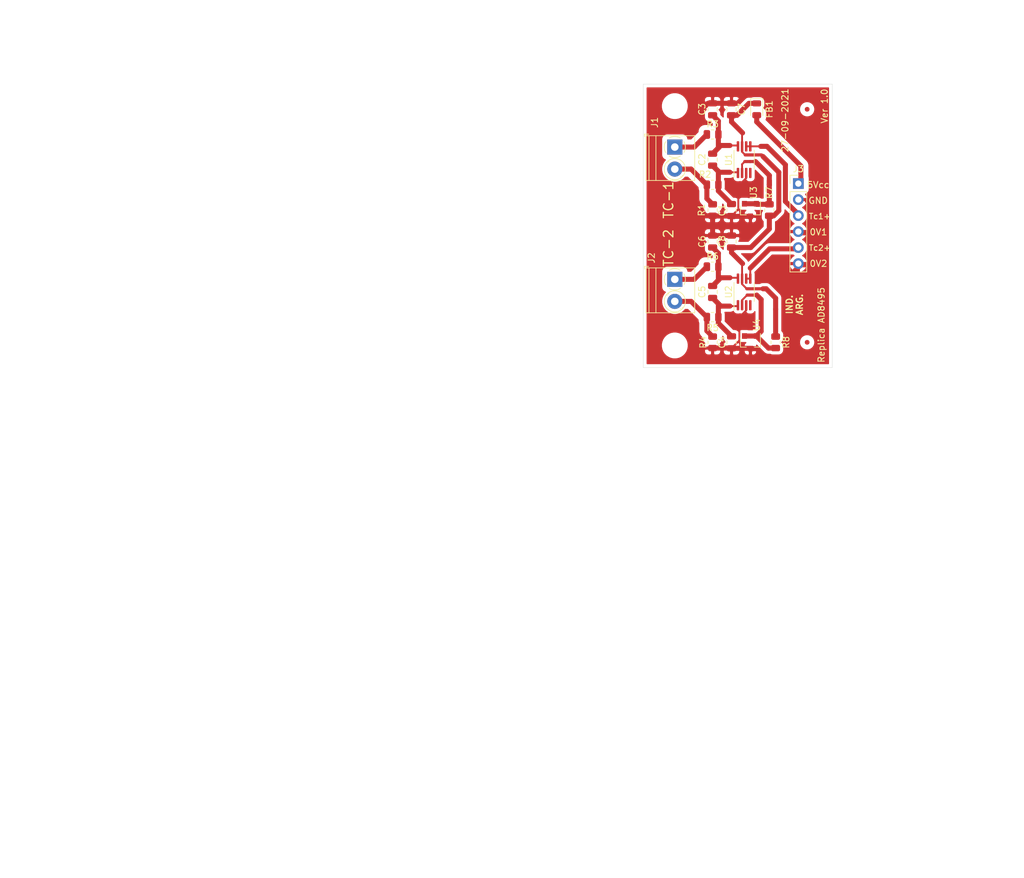
<source format=kicad_pcb>
(kicad_pcb (version 20171130) (host pcbnew "(5.1.10)-1")

  (general
    (thickness 1.6)
    (drawings 30)
    (tracks 158)
    (zones 0)
    (modules 28)
    (nets 18)
  )

  (page A4)
  (title_block
    (title "Réplica AD8495 K-type thermocouple amplifier")
    (date 2021-09-27)
    (company "Alejandro Rougier")
    (comment 1 "Licencia CERN-OHL_P v2")
    (comment 2 "Posicionamiento versión 1")
  )

  (layers
    (0 F.Cu signal)
    (31 B.Cu signal)
    (32 B.Adhes user)
    (33 F.Adhes user)
    (34 B.Paste user)
    (35 F.Paste user)
    (36 B.SilkS user)
    (37 F.SilkS user)
    (38 B.Mask user)
    (39 F.Mask user)
    (40 Dwgs.User user)
    (41 Cmts.User user)
    (42 Eco1.User user)
    (43 Eco2.User user)
    (44 Edge.Cuts user)
    (45 Margin user)
    (46 B.CrtYd user)
    (47 F.CrtYd user)
    (48 B.Fab user)
    (49 F.Fab user)
  )

  (setup
    (last_trace_width 0.8)
    (user_trace_width 0.3)
    (user_trace_width 0.4)
    (user_trace_width 0.5)
    (user_trace_width 0.6)
    (user_trace_width 0.8)
    (user_trace_width 1)
    (user_trace_width 1.2)
    (trace_clearance 0.8)
    (zone_clearance 0.5)
    (zone_45_only no)
    (trace_min 0.2)
    (via_size 0.8)
    (via_drill 0.4)
    (via_min_size 0.4)
    (via_min_drill 0.3)
    (user_via 1.6 0.8)
    (user_via 2 1)
    (uvia_size 0.3)
    (uvia_drill 0.1)
    (uvias_allowed no)
    (uvia_min_size 0.2)
    (uvia_min_drill 0.1)
    (edge_width 0.05)
    (segment_width 0.2)
    (pcb_text_width 0.3)
    (pcb_text_size 1.5 1.5)
    (mod_edge_width 0.12)
    (mod_text_size 1 1)
    (mod_text_width 0.15)
    (pad_size 1.524 1.524)
    (pad_drill 0.762)
    (pad_to_mask_clearance 0)
    (aux_axis_origin 0 0)
    (visible_elements 7FFFFFFF)
    (pcbplotparams
      (layerselection 0x010fc_ffffffff)
      (usegerberextensions false)
      (usegerberattributes true)
      (usegerberadvancedattributes true)
      (creategerberjobfile true)
      (excludeedgelayer true)
      (linewidth 0.100000)
      (plotframeref false)
      (viasonmask false)
      (mode 1)
      (useauxorigin false)
      (hpglpennumber 1)
      (hpglpenspeed 20)
      (hpglpendiameter 15.000000)
      (psnegative false)
      (psa4output false)
      (plotreference true)
      (plotvalue true)
      (plotinvisibletext false)
      (padsonsilk false)
      (subtractmaskfromsilk false)
      (outputformat 1)
      (mirror false)
      (drillshape 1)
      (scaleselection 1)
      (outputdirectory ""))
  )

  (net 0 "")
  (net 1 "Net-(C1-Pad2)")
  (net 2 GND)
  (net 3 "Net-(C2-Pad2)")
  (net 4 "Net-(C4-Pad2)")
  (net 5 "Net-(C5-Pad2)")
  (net 6 VCC)
  (net 7 "Net-(FB1-Pad2)")
  (net 8 "Net-(J1-Pad2)")
  (net 9 "Net-(J1-Pad1)")
  (net 10 "Net-(J2-Pad1)")
  (net 11 "Net-(J2-Pad2)")
  (net 12 "Net-(J3-Pad3)")
  (net 13 "Net-(J3-Pad5)")
  (net 14 "Net-(R7-Pad2)")
  (net 15 "Net-(R8-Pad2)")
  (net 16 "Net-(U1-Pad4)")
  (net 17 "Net-(U2-Pad4)")

  (net_class Default "This is the default net class."
    (clearance 0.8)
    (trace_width 0.25)
    (via_dia 0.8)
    (via_drill 0.4)
    (uvia_dia 0.3)
    (uvia_drill 0.1)
    (add_net "Net-(FB1-Pad2)")
    (add_net "Net-(J1-Pad1)")
    (add_net "Net-(J1-Pad2)")
    (add_net "Net-(J2-Pad1)")
    (add_net "Net-(J2-Pad2)")
    (add_net "Net-(U1-Pad4)")
    (add_net "Net-(U2-Pad4)")
  )

  (net_class AD8495 ""
    (clearance 0.2)
    (trace_width 0.25)
    (via_dia 0.8)
    (via_drill 0.4)
    (uvia_dia 0.3)
    (uvia_drill 0.1)
    (add_net GND)
    (add_net "Net-(C1-Pad2)")
    (add_net "Net-(C2-Pad2)")
    (add_net "Net-(C4-Pad2)")
    (add_net "Net-(C5-Pad2)")
    (add_net "Net-(J3-Pad3)")
    (add_net "Net-(J3-Pad5)")
    (add_net "Net-(R7-Pad2)")
    (add_net "Net-(R8-Pad2)")
    (add_net VCC)
  )

  (module Package_SO:MSOP-8_3x3mm_P0.65mm (layer F.Cu) (tedit 5E509FDD) (tstamp 6150AE76)
    (at 136 77 90)
    (descr "MSOP, 8 Pin (https://www.jedec.org/system/files/docs/mo-187F.pdf variant AA), generated with kicad-footprint-generator ipc_gullwing_generator.py")
    (tags "MSOP SO")
    (path /614265FF)
    (clearance 0.2)
    (attr smd)
    (fp_text reference U1 (at 0 -2.45 90) (layer F.SilkS)
      (effects (font (size 1 1) (thickness 0.15)))
    )
    (fp_text value AD8495 (at 0 2.45 90) (layer F.Fab)
      (effects (font (size 1 1) (thickness 0.15)))
    )
    (fp_line (start 0 1.61) (end 1.5 1.61) (layer F.SilkS) (width 0.12))
    (fp_line (start 0 1.61) (end -1.5 1.61) (layer F.SilkS) (width 0.12))
    (fp_line (start 0 -1.61) (end 1.5 -1.61) (layer F.SilkS) (width 0.12))
    (fp_line (start 0 -1.61) (end -2.925 -1.61) (layer F.SilkS) (width 0.12))
    (fp_line (start -0.75 -1.5) (end 1.5 -1.5) (layer F.Fab) (width 0.1))
    (fp_line (start 1.5 -1.5) (end 1.5 1.5) (layer F.Fab) (width 0.1))
    (fp_line (start 1.5 1.5) (end -1.5 1.5) (layer F.Fab) (width 0.1))
    (fp_line (start -1.5 1.5) (end -1.5 -0.75) (layer F.Fab) (width 0.1))
    (fp_line (start -1.5 -0.75) (end -0.75 -1.5) (layer F.Fab) (width 0.1))
    (fp_line (start -3.18 -1.75) (end -3.18 1.75) (layer F.CrtYd) (width 0.05))
    (fp_line (start -3.18 1.75) (end 3.18 1.75) (layer F.CrtYd) (width 0.05))
    (fp_line (start 3.18 1.75) (end 3.18 -1.75) (layer F.CrtYd) (width 0.05))
    (fp_line (start 3.18 -1.75) (end -3.18 -1.75) (layer F.CrtYd) (width 0.05))
    (fp_text user %R (at 0 0 90) (layer F.Fab)
      (effects (font (size 0.75 0.75) (thickness 0.11)))
    )
    (pad 8 smd roundrect (at 2.1125 -0.975 90) (size 1.625 0.4) (layers F.Cu F.Paste F.Mask) (roundrect_rratio 0.25)
      (net 3 "Net-(C2-Pad2)"))
    (pad 7 smd roundrect (at 2.1125 -0.325 90) (size 1.625 0.4) (layers F.Cu F.Paste F.Mask) (roundrect_rratio 0.25)
      (net 6 VCC))
    (pad 6 smd roundrect (at 2.1125 0.325 90) (size 1.625 0.4) (layers F.Cu F.Paste F.Mask) (roundrect_rratio 0.25)
      (net 12 "Net-(J3-Pad3)"))
    (pad 5 smd roundrect (at 2.1125 0.975 90) (size 1.625 0.4) (layers F.Cu F.Paste F.Mask) (roundrect_rratio 0.25)
      (net 12 "Net-(J3-Pad3)"))
    (pad 4 smd roundrect (at -2.1125 0.975 90) (size 1.625 0.4) (layers F.Cu F.Paste F.Mask) (roundrect_rratio 0.25)
      (net 16 "Net-(U1-Pad4)"))
    (pad 3 smd roundrect (at -2.1125 0.325 90) (size 1.625 0.4) (layers F.Cu F.Paste F.Mask) (roundrect_rratio 0.25)
      (net 2 GND))
    (pad 2 smd roundrect (at -2.1125 -0.325 90) (size 1.625 0.4) (layers F.Cu F.Paste F.Mask) (roundrect_rratio 0.25)
      (net 14 "Net-(R7-Pad2)"))
    (pad 1 smd roundrect (at -2.1125 -0.975 90) (size 1.625 0.4) (layers F.Cu F.Paste F.Mask) (roundrect_rratio 0.25)
      (net 1 "Net-(C1-Pad2)"))
    (model ${KISYS3DMOD}/Package_SO.3dshapes/MSOP-8_3x3mm_P0.65mm.wrl
      (at (xyz 0 0 0))
      (scale (xyz 1 1 1))
      (rotate (xyz 0 0 0))
    )
  )

  (module Capacitor_SMD:C_0805_2012Metric (layer F.Cu) (tedit 5F68FEEE) (tstamp 614DB404)
    (at 134 85 90)
    (descr "Capacitor SMD 0805 (2012 Metric), square (rectangular) end terminal, IPC_7351 nominal, (Body size source: IPC-SM-782 page 76, https://www.pcb-3d.com/wordpress/wp-content/uploads/ipc-sm-782a_amendment_1_and_2.pdf, https://docs.google.com/spreadsheets/d/1BsfQQcO9C6DZCsRaXUlFlo91Tg2WpOkGARC1WS5S8t0/edit?usp=sharing), generated with kicad-footprint-generator")
    (tags capacitor)
    (path /61429616)
    (attr smd)
    (fp_text reference C1 (at 0 -1.5 90) (layer F.SilkS)
      (effects (font (size 1 1) (thickness 0.15)))
    )
    (fp_text value "0.01 uF" (at 0.4 -1.2 90) (layer F.Fab)
      (effects (font (size 1 1) (thickness 0.15)))
    )
    (fp_line (start -1 0.625) (end -1 -0.625) (layer F.Fab) (width 0.1))
    (fp_line (start -1 -0.625) (end 1 -0.625) (layer F.Fab) (width 0.1))
    (fp_line (start 1 -0.625) (end 1 0.625) (layer F.Fab) (width 0.1))
    (fp_line (start 1 0.625) (end -1 0.625) (layer F.Fab) (width 0.1))
    (fp_line (start -0.261252 -0.735) (end 0.261252 -0.735) (layer F.SilkS) (width 0.12))
    (fp_line (start -0.261252 0.735) (end 0.261252 0.735) (layer F.SilkS) (width 0.12))
    (fp_line (start -1.7 0.98) (end -1.7 -0.98) (layer F.CrtYd) (width 0.05))
    (fp_line (start -1.7 -0.98) (end 1.7 -0.98) (layer F.CrtYd) (width 0.05))
    (fp_line (start 1.7 -0.98) (end 1.7 0.98) (layer F.CrtYd) (width 0.05))
    (fp_line (start 1.7 0.98) (end -1.7 0.98) (layer F.CrtYd) (width 0.05))
    (fp_text user %R (at 0 0 90) (layer F.Fab)
      (effects (font (size 0.5 0.5) (thickness 0.08)))
    )
    (pad 2 smd roundrect (at 0.95 0 90) (size 1 1.45) (layers F.Cu F.Paste F.Mask) (roundrect_rratio 0.25)
      (net 1 "Net-(C1-Pad2)"))
    (pad 1 smd roundrect (at -0.95 0 90) (size 1 1.45) (layers F.Cu F.Paste F.Mask) (roundrect_rratio 0.25)
      (net 2 GND))
    (model ${KISYS3DMOD}/Capacitor_SMD.3dshapes/C_0805_2012Metric.wrl
      (at (xyz 0 0 0))
      (scale (xyz 1 1 1))
      (rotate (xyz 0 0 0))
    )
  )

  (module Capacitor_SMD:C_0805_2012Metric (layer F.Cu) (tedit 5F68FEEE) (tstamp 614DB415)
    (at 131 77 90)
    (descr "Capacitor SMD 0805 (2012 Metric), square (rectangular) end terminal, IPC_7351 nominal, (Body size source: IPC-SM-782 page 76, https://www.pcb-3d.com/wordpress/wp-content/uploads/ipc-sm-782a_amendment_1_and_2.pdf, https://docs.google.com/spreadsheets/d/1BsfQQcO9C6DZCsRaXUlFlo91Tg2WpOkGARC1WS5S8t0/edit?usp=sharing), generated with kicad-footprint-generator")
    (tags capacitor)
    (path /61429A1D)
    (attr smd)
    (fp_text reference C2 (at 0 -1.68 90) (layer F.SilkS)
      (effects (font (size 1 1) (thickness 0.15)))
    )
    (fp_text value "0.1 uF" (at 0 1.68 90) (layer F.Fab)
      (effects (font (size 1 1) (thickness 0.15)))
    )
    (fp_line (start 1.7 0.98) (end -1.7 0.98) (layer F.CrtYd) (width 0.05))
    (fp_line (start 1.7 -0.98) (end 1.7 0.98) (layer F.CrtYd) (width 0.05))
    (fp_line (start -1.7 -0.98) (end 1.7 -0.98) (layer F.CrtYd) (width 0.05))
    (fp_line (start -1.7 0.98) (end -1.7 -0.98) (layer F.CrtYd) (width 0.05))
    (fp_line (start -0.261252 0.735) (end 0.261252 0.735) (layer F.SilkS) (width 0.12))
    (fp_line (start -0.261252 -0.735) (end 0.261252 -0.735) (layer F.SilkS) (width 0.12))
    (fp_line (start 1 0.625) (end -1 0.625) (layer F.Fab) (width 0.1))
    (fp_line (start 1 -0.625) (end 1 0.625) (layer F.Fab) (width 0.1))
    (fp_line (start -1 -0.625) (end 1 -0.625) (layer F.Fab) (width 0.1))
    (fp_line (start -1 0.625) (end -1 -0.625) (layer F.Fab) (width 0.1))
    (fp_text user %R (at 0 0 90) (layer F.Fab)
      (effects (font (size 0.5 0.5) (thickness 0.08)))
    )
    (pad 1 smd roundrect (at -0.95 0 90) (size 1 1.45) (layers F.Cu F.Paste F.Mask) (roundrect_rratio 0.25)
      (net 1 "Net-(C1-Pad2)"))
    (pad 2 smd roundrect (at 0.95 0 90) (size 1 1.45) (layers F.Cu F.Paste F.Mask) (roundrect_rratio 0.25)
      (net 3 "Net-(C2-Pad2)"))
    (model ${KISYS3DMOD}/Capacitor_SMD.3dshapes/C_0805_2012Metric.wrl
      (at (xyz 0 0 0))
      (scale (xyz 1 1 1))
      (rotate (xyz 0 0 0))
    )
  )

  (module Capacitor_SMD:C_0805_2012Metric (layer F.Cu) (tedit 5F68FEEE) (tstamp 61523AA8)
    (at 131 69 90)
    (descr "Capacitor SMD 0805 (2012 Metric), square (rectangular) end terminal, IPC_7351 nominal, (Body size source: IPC-SM-782 page 76, https://www.pcb-3d.com/wordpress/wp-content/uploads/ipc-sm-782a_amendment_1_and_2.pdf, https://docs.google.com/spreadsheets/d/1BsfQQcO9C6DZCsRaXUlFlo91Tg2WpOkGARC1WS5S8t0/edit?usp=sharing), generated with kicad-footprint-generator")
    (tags capacitor)
    (path /61429DA2)
    (attr smd)
    (fp_text reference C3 (at 0 -1.68 90) (layer F.SilkS)
      (effects (font (size 1 1) (thickness 0.15)))
    )
    (fp_text value "0.01 uF" (at 0.4 -1.8 90) (layer F.Fab)
      (effects (font (size 1 1) (thickness 0.15)))
    )
    (fp_line (start -1 0.625) (end -1 -0.625) (layer F.Fab) (width 0.1))
    (fp_line (start -1 -0.625) (end 1 -0.625) (layer F.Fab) (width 0.1))
    (fp_line (start 1 -0.625) (end 1 0.625) (layer F.Fab) (width 0.1))
    (fp_line (start 1 0.625) (end -1 0.625) (layer F.Fab) (width 0.1))
    (fp_line (start -0.261252 -0.735) (end 0.261252 -0.735) (layer F.SilkS) (width 0.12))
    (fp_line (start -0.261252 0.735) (end 0.261252 0.735) (layer F.SilkS) (width 0.12))
    (fp_line (start -1.7 0.98) (end -1.7 -0.98) (layer F.CrtYd) (width 0.05))
    (fp_line (start -1.7 -0.98) (end 1.7 -0.98) (layer F.CrtYd) (width 0.05))
    (fp_line (start 1.7 -0.98) (end 1.7 0.98) (layer F.CrtYd) (width 0.05))
    (fp_line (start 1.7 0.98) (end -1.7 0.98) (layer F.CrtYd) (width 0.05))
    (fp_text user %R (at 0 0 90) (layer F.Fab)
      (effects (font (size 0.5 0.5) (thickness 0.08)))
    )
    (pad 2 smd roundrect (at 0.95 0 90) (size 1 1.45) (layers F.Cu F.Paste F.Mask) (roundrect_rratio 0.25)
      (net 2 GND))
    (pad 1 smd roundrect (at -0.95 0 90) (size 1 1.45) (layers F.Cu F.Paste F.Mask) (roundrect_rratio 0.25)
      (net 3 "Net-(C2-Pad2)"))
    (model ${KISYS3DMOD}/Capacitor_SMD.3dshapes/C_0805_2012Metric.wrl
      (at (xyz 0 0 0))
      (scale (xyz 1 1 1))
      (rotate (xyz 0 0 0))
    )
  )

  (module Capacitor_SMD:C_0805_2012Metric (layer F.Cu) (tedit 5F68FEEE) (tstamp 615F1A38)
    (at 134 106 90)
    (descr "Capacitor SMD 0805 (2012 Metric), square (rectangular) end terminal, IPC_7351 nominal, (Body size source: IPC-SM-782 page 76, https://www.pcb-3d.com/wordpress/wp-content/uploads/ipc-sm-782a_amendment_1_and_2.pdf, https://docs.google.com/spreadsheets/d/1BsfQQcO9C6DZCsRaXUlFlo91Tg2WpOkGARC1WS5S8t0/edit?usp=sharing), generated with kicad-footprint-generator")
    (tags capacitor)
    (path /614B7B92)
    (attr smd)
    (fp_text reference C4 (at 0 -1.5 90) (layer F.SilkS)
      (effects (font (size 1 1) (thickness 0.15)))
    )
    (fp_text value "0.01 uF" (at -0.2 -1.6 90) (layer F.Fab)
      (effects (font (size 1 1) (thickness 0.15)))
    )
    (fp_line (start 1.7 0.98) (end -1.7 0.98) (layer F.CrtYd) (width 0.05))
    (fp_line (start 1.7 -0.98) (end 1.7 0.98) (layer F.CrtYd) (width 0.05))
    (fp_line (start -1.7 -0.98) (end 1.7 -0.98) (layer F.CrtYd) (width 0.05))
    (fp_line (start -1.7 0.98) (end -1.7 -0.98) (layer F.CrtYd) (width 0.05))
    (fp_line (start -0.261252 0.735) (end 0.261252 0.735) (layer F.SilkS) (width 0.12))
    (fp_line (start -0.261252 -0.735) (end 0.261252 -0.735) (layer F.SilkS) (width 0.12))
    (fp_line (start 1 0.625) (end -1 0.625) (layer F.Fab) (width 0.1))
    (fp_line (start 1 -0.625) (end 1 0.625) (layer F.Fab) (width 0.1))
    (fp_line (start -1 -0.625) (end 1 -0.625) (layer F.Fab) (width 0.1))
    (fp_line (start -1 0.625) (end -1 -0.625) (layer F.Fab) (width 0.1))
    (fp_text user %R (at 0 0 90) (layer F.Fab)
      (effects (font (size 0.5 0.5) (thickness 0.08)))
    )
    (pad 1 smd roundrect (at -0.95 0 90) (size 1 1.45) (layers F.Cu F.Paste F.Mask) (roundrect_rratio 0.25)
      (net 2 GND))
    (pad 2 smd roundrect (at 0.95 0 90) (size 1 1.45) (layers F.Cu F.Paste F.Mask) (roundrect_rratio 0.25)
      (net 4 "Net-(C4-Pad2)"))
    (model ${KISYS3DMOD}/Capacitor_SMD.3dshapes/C_0805_2012Metric.wrl
      (at (xyz 0 0 0))
      (scale (xyz 1 1 1))
      (rotate (xyz 0 0 0))
    )
  )

  (module Capacitor_SMD:C_0805_2012Metric (layer F.Cu) (tedit 5F68FEEE) (tstamp 6150EAAA)
    (at 131 98 90)
    (descr "Capacitor SMD 0805 (2012 Metric), square (rectangular) end terminal, IPC_7351 nominal, (Body size source: IPC-SM-782 page 76, https://www.pcb-3d.com/wordpress/wp-content/uploads/ipc-sm-782a_amendment_1_and_2.pdf, https://docs.google.com/spreadsheets/d/1BsfQQcO9C6DZCsRaXUlFlo91Tg2WpOkGARC1WS5S8t0/edit?usp=sharing), generated with kicad-footprint-generator")
    (tags capacitor)
    (path /614B7B98)
    (attr smd)
    (fp_text reference C5 (at 0 -1.68 90) (layer F.SilkS)
      (effects (font (size 1 1) (thickness 0.15)))
    )
    (fp_text value "0.1 uF" (at 0 1.68 90) (layer F.Fab)
      (effects (font (size 1 1) (thickness 0.15)))
    )
    (fp_line (start 1.7 0.98) (end -1.7 0.98) (layer F.CrtYd) (width 0.05))
    (fp_line (start 1.7 -0.98) (end 1.7 0.98) (layer F.CrtYd) (width 0.05))
    (fp_line (start -1.7 -0.98) (end 1.7 -0.98) (layer F.CrtYd) (width 0.05))
    (fp_line (start -1.7 0.98) (end -1.7 -0.98) (layer F.CrtYd) (width 0.05))
    (fp_line (start -0.261252 0.735) (end 0.261252 0.735) (layer F.SilkS) (width 0.12))
    (fp_line (start -0.261252 -0.735) (end 0.261252 -0.735) (layer F.SilkS) (width 0.12))
    (fp_line (start 1 0.625) (end -1 0.625) (layer F.Fab) (width 0.1))
    (fp_line (start 1 -0.625) (end 1 0.625) (layer F.Fab) (width 0.1))
    (fp_line (start -1 -0.625) (end 1 -0.625) (layer F.Fab) (width 0.1))
    (fp_line (start -1 0.625) (end -1 -0.625) (layer F.Fab) (width 0.1))
    (fp_text user %R (at 0 0 90) (layer F.Fab)
      (effects (font (size 0.5 0.5) (thickness 0.08)))
    )
    (pad 1 smd roundrect (at -0.95 0 90) (size 1 1.45) (layers F.Cu F.Paste F.Mask) (roundrect_rratio 0.25)
      (net 4 "Net-(C4-Pad2)"))
    (pad 2 smd roundrect (at 0.95 0 90) (size 1 1.45) (layers F.Cu F.Paste F.Mask) (roundrect_rratio 0.25)
      (net 5 "Net-(C5-Pad2)"))
    (model ${KISYS3DMOD}/Capacitor_SMD.3dshapes/C_0805_2012Metric.wrl
      (at (xyz 0 0 0))
      (scale (xyz 1 1 1))
      (rotate (xyz 0 0 0))
    )
  )

  (module Capacitor_SMD:C_0805_2012Metric (layer F.Cu) (tedit 5F68FEEE) (tstamp 614DB459)
    (at 131 90 90)
    (descr "Capacitor SMD 0805 (2012 Metric), square (rectangular) end terminal, IPC_7351 nominal, (Body size source: IPC-SM-782 page 76, https://www.pcb-3d.com/wordpress/wp-content/uploads/ipc-sm-782a_amendment_1_and_2.pdf, https://docs.google.com/spreadsheets/d/1BsfQQcO9C6DZCsRaXUlFlo91Tg2WpOkGARC1WS5S8t0/edit?usp=sharing), generated with kicad-footprint-generator")
    (tags capacitor)
    (path /614B7B9E)
    (attr smd)
    (fp_text reference C6 (at 0 -1.68 90) (layer F.SilkS)
      (effects (font (size 1 1) (thickness 0.15)))
    )
    (fp_text value "0.01 uF" (at 0.4 -1.8 90) (layer F.Fab)
      (effects (font (size 1 1) (thickness 0.15)))
    )
    (fp_line (start -1 0.625) (end -1 -0.625) (layer F.Fab) (width 0.1))
    (fp_line (start -1 -0.625) (end 1 -0.625) (layer F.Fab) (width 0.1))
    (fp_line (start 1 -0.625) (end 1 0.625) (layer F.Fab) (width 0.1))
    (fp_line (start 1 0.625) (end -1 0.625) (layer F.Fab) (width 0.1))
    (fp_line (start -0.261252 -0.735) (end 0.261252 -0.735) (layer F.SilkS) (width 0.12))
    (fp_line (start -0.261252 0.735) (end 0.261252 0.735) (layer F.SilkS) (width 0.12))
    (fp_line (start -1.7 0.98) (end -1.7 -0.98) (layer F.CrtYd) (width 0.05))
    (fp_line (start -1.7 -0.98) (end 1.7 -0.98) (layer F.CrtYd) (width 0.05))
    (fp_line (start 1.7 -0.98) (end 1.7 0.98) (layer F.CrtYd) (width 0.05))
    (fp_line (start 1.7 0.98) (end -1.7 0.98) (layer F.CrtYd) (width 0.05))
    (fp_text user %R (at 0 0 90) (layer F.Fab)
      (effects (font (size 0.5 0.5) (thickness 0.08)))
    )
    (pad 2 smd roundrect (at 0.95 0 90) (size 1 1.45) (layers F.Cu F.Paste F.Mask) (roundrect_rratio 0.25)
      (net 2 GND))
    (pad 1 smd roundrect (at -0.95 0 90) (size 1 1.45) (layers F.Cu F.Paste F.Mask) (roundrect_rratio 0.25)
      (net 5 "Net-(C5-Pad2)"))
    (model ${KISYS3DMOD}/Capacitor_SMD.3dshapes/C_0805_2012Metric.wrl
      (at (xyz 0 0 0))
      (scale (xyz 1 1 1))
      (rotate (xyz 0 0 0))
    )
  )

  (module Capacitor_SMD:C_0805_2012Metric (layer F.Cu) (tedit 5F68FEEE) (tstamp 614DB46A)
    (at 134 69 90)
    (descr "Capacitor SMD 0805 (2012 Metric), square (rectangular) end terminal, IPC_7351 nominal, (Body size source: IPC-SM-782 page 76, https://www.pcb-3d.com/wordpress/wp-content/uploads/ipc-sm-782a_amendment_1_and_2.pdf, https://docs.google.com/spreadsheets/d/1BsfQQcO9C6DZCsRaXUlFlo91Tg2WpOkGARC1WS5S8t0/edit?usp=sharing), generated with kicad-footprint-generator")
    (tags capacitor)
    (path /614289E8)
    (attr smd)
    (fp_text reference C7 (at 0 1.6 90) (layer F.SilkS)
      (effects (font (size 1 1) (thickness 0.15)))
    )
    (fp_text value "0.1 uF" (at 0.2 -1.4 90) (layer F.Fab)
      (effects (font (size 1 1) (thickness 0.15)))
    )
    (fp_line (start 1.7 0.98) (end -1.7 0.98) (layer F.CrtYd) (width 0.05))
    (fp_line (start 1.7 -0.98) (end 1.7 0.98) (layer F.CrtYd) (width 0.05))
    (fp_line (start -1.7 -0.98) (end 1.7 -0.98) (layer F.CrtYd) (width 0.05))
    (fp_line (start -1.7 0.98) (end -1.7 -0.98) (layer F.CrtYd) (width 0.05))
    (fp_line (start -0.261252 0.735) (end 0.261252 0.735) (layer F.SilkS) (width 0.12))
    (fp_line (start -0.261252 -0.735) (end 0.261252 -0.735) (layer F.SilkS) (width 0.12))
    (fp_line (start 1 0.625) (end -1 0.625) (layer F.Fab) (width 0.1))
    (fp_line (start 1 -0.625) (end 1 0.625) (layer F.Fab) (width 0.1))
    (fp_line (start -1 -0.625) (end 1 -0.625) (layer F.Fab) (width 0.1))
    (fp_line (start -1 0.625) (end -1 -0.625) (layer F.Fab) (width 0.1))
    (fp_text user %R (at 0 0 90) (layer F.Fab)
      (effects (font (size 0.5 0.5) (thickness 0.08)))
    )
    (pad 1 smd roundrect (at -0.95 0 90) (size 1 1.45) (layers F.Cu F.Paste F.Mask) (roundrect_rratio 0.25)
      (net 6 VCC))
    (pad 2 smd roundrect (at 0.95 0 90) (size 1 1.45) (layers F.Cu F.Paste F.Mask) (roundrect_rratio 0.25)
      (net 2 GND))
    (model ${KISYS3DMOD}/Capacitor_SMD.3dshapes/C_0805_2012Metric.wrl
      (at (xyz 0 0 0))
      (scale (xyz 1 1 1))
      (rotate (xyz 0 0 0))
    )
  )

  (module Capacitor_SMD:C_0805_2012Metric (layer F.Cu) (tedit 5F68FEEE) (tstamp 6150EA7A)
    (at 134 90 90)
    (descr "Capacitor SMD 0805 (2012 Metric), square (rectangular) end terminal, IPC_7351 nominal, (Body size source: IPC-SM-782 page 76, https://www.pcb-3d.com/wordpress/wp-content/uploads/ipc-sm-782a_amendment_1_and_2.pdf, https://docs.google.com/spreadsheets/d/1BsfQQcO9C6DZCsRaXUlFlo91Tg2WpOkGARC1WS5S8t0/edit?usp=sharing), generated with kicad-footprint-generator")
    (tags capacitor)
    (path /614B7B8C)
    (attr smd)
    (fp_text reference C8 (at 0 -1.5 90) (layer F.SilkS)
      (effects (font (size 1 1) (thickness 0.15)))
    )
    (fp_text value "0.1 uF" (at 0.2 -1.6 90) (layer F.Fab)
      (effects (font (size 1 1) (thickness 0.15)))
    )
    (fp_line (start -1 0.625) (end -1 -0.625) (layer F.Fab) (width 0.1))
    (fp_line (start -1 -0.625) (end 1 -0.625) (layer F.Fab) (width 0.1))
    (fp_line (start 1 -0.625) (end 1 0.625) (layer F.Fab) (width 0.1))
    (fp_line (start 1 0.625) (end -1 0.625) (layer F.Fab) (width 0.1))
    (fp_line (start -0.261252 -0.735) (end 0.261252 -0.735) (layer F.SilkS) (width 0.12))
    (fp_line (start -0.261252 0.735) (end 0.261252 0.735) (layer F.SilkS) (width 0.12))
    (fp_line (start -1.7 0.98) (end -1.7 -0.98) (layer F.CrtYd) (width 0.05))
    (fp_line (start -1.7 -0.98) (end 1.7 -0.98) (layer F.CrtYd) (width 0.05))
    (fp_line (start 1.7 -0.98) (end 1.7 0.98) (layer F.CrtYd) (width 0.05))
    (fp_line (start 1.7 0.98) (end -1.7 0.98) (layer F.CrtYd) (width 0.05))
    (fp_text user %R (at 0 0 90) (layer F.Fab)
      (effects (font (size 0.5 0.5) (thickness 0.08)))
    )
    (pad 2 smd roundrect (at 0.95 0 90) (size 1 1.45) (layers F.Cu F.Paste F.Mask) (roundrect_rratio 0.25)
      (net 2 GND))
    (pad 1 smd roundrect (at -0.95 0 90) (size 1 1.45) (layers F.Cu F.Paste F.Mask) (roundrect_rratio 0.25)
      (net 6 VCC))
    (model ${KISYS3DMOD}/Capacitor_SMD.3dshapes/C_0805_2012Metric.wrl
      (at (xyz 0 0 0))
      (scale (xyz 1 1 1))
      (rotate (xyz 0 0 0))
    )
  )

  (module Diode_SMD:D_0805_2012Metric (layer F.Cu) (tedit 5F68FEF0) (tstamp 614DB48E)
    (at 138 69 270)
    (descr "Diode SMD 0805 (2012 Metric), square (rectangular) end terminal, IPC_7351 nominal, (Body size source: https://docs.google.com/spreadsheets/d/1BsfQQcO9C6DZCsRaXUlFlo91Tg2WpOkGARC1WS5S8t0/edit?usp=sharing), generated with kicad-footprint-generator")
    (tags diode)
    (path /61472D1A)
    (attr smd)
    (fp_text reference FB1 (at 0 -2 90) (layer F.SilkS)
      (effects (font (size 1 1) (thickness 0.15)))
    )
    (fp_text value Ferrite_Bead (at 0.4 -1.6 90) (layer F.Fab)
      (effects (font (size 1 1) (thickness 0.15)))
    )
    (fp_line (start 1.68 0.95) (end -1.68 0.95) (layer F.CrtYd) (width 0.05))
    (fp_line (start 1.68 -0.95) (end 1.68 0.95) (layer F.CrtYd) (width 0.05))
    (fp_line (start -1.68 -0.95) (end 1.68 -0.95) (layer F.CrtYd) (width 0.05))
    (fp_line (start -1.68 0.95) (end -1.68 -0.95) (layer F.CrtYd) (width 0.05))
    (fp_line (start -1.685 0.96) (end 1 0.96) (layer F.SilkS) (width 0.12))
    (fp_line (start -1.685 -0.96) (end -1.685 0.96) (layer F.SilkS) (width 0.12))
    (fp_line (start 1 -0.96) (end -1.685 -0.96) (layer F.SilkS) (width 0.12))
    (fp_line (start 1 0.6) (end 1 -0.6) (layer F.Fab) (width 0.1))
    (fp_line (start -1 0.6) (end 1 0.6) (layer F.Fab) (width 0.1))
    (fp_line (start -1 -0.3) (end -1 0.6) (layer F.Fab) (width 0.1))
    (fp_line (start -0.7 -0.6) (end -1 -0.3) (layer F.Fab) (width 0.1))
    (fp_line (start 1 -0.6) (end -0.7 -0.6) (layer F.Fab) (width 0.1))
    (fp_text user %R (at 0 0 90) (layer F.Fab)
      (effects (font (size 0.5 0.5) (thickness 0.08)))
    )
    (pad 1 smd roundrect (at -0.9375 0 270) (size 0.975 1.4) (layers F.Cu F.Paste F.Mask) (roundrect_rratio 0.25)
      (net 6 VCC))
    (pad 2 smd roundrect (at 0.9375 0 270) (size 0.975 1.4) (layers F.Cu F.Paste F.Mask) (roundrect_rratio 0.25)
      (net 7 "Net-(FB1-Pad2)"))
    (model ${KISYS3DMOD}/Diode_SMD.3dshapes/D_0805_2012Metric.wrl
      (at (xyz 0 0 0))
      (scale (xyz 1 1 1))
      (rotate (xyz 0 0 0))
    )
  )

  (module Fiducial:Fiducial_0.75mm_Mask2.25mm (layer F.Cu) (tedit 5C18D147) (tstamp 6150EA5C)
    (at 146 69)
    (descr "Circular Fiducial, 0.75mm bare copper, 2.25mm soldermask opening")
    (tags fiducial)
    (path /614BA374)
    (attr smd)
    (fp_text reference FID1 (at 0 -2.5) (layer F.SilkS) hide
      (effects (font (size 1 1) (thickness 0.15)))
    )
    (fp_text value Fiducial (at 0 2.032) (layer F.Fab)
      (effects (font (size 1 1) (thickness 0.15)))
    )
    (fp_circle (center 0 0) (end 1.125 0) (layer F.Fab) (width 0.1))
    (fp_circle (center 0 0) (end 1.38 0) (layer F.CrtYd) (width 0.05))
    (fp_text user %R (at 0 0) (layer F.Fab)
      (effects (font (size 0.3 0.3) (thickness 0.05)))
    )
    (pad "" smd circle (at 0 0) (size 0.75 0.75) (layers F.Cu F.Mask)
      (solder_mask_margin 0.75) (clearance 0.75))
  )

  (module Fiducial:Fiducial_0.75mm_Mask2.25mm (layer F.Cu) (tedit 5C18D147) (tstamp 614DB49E)
    (at 146 106)
    (descr "Circular Fiducial, 0.75mm bare copper, 2.25mm soldermask opening")
    (tags fiducial)
    (path /614BB4AC)
    (attr smd)
    (fp_text reference FID2 (at 0 -2) (layer F.SilkS) hide
      (effects (font (size 1 1) (thickness 0.15)))
    )
    (fp_text value Fiducial (at 0 2.032) (layer F.Fab)
      (effects (font (size 1 1) (thickness 0.15)))
    )
    (fp_circle (center 0 0) (end 1.38 0) (layer F.CrtYd) (width 0.05))
    (fp_circle (center 0 0) (end 1.125 0) (layer F.Fab) (width 0.1))
    (fp_text user %R (at 0 0) (layer F.Fab)
      (effects (font (size 0.3 0.3) (thickness 0.05)))
    )
    (pad "" smd circle (at 0 0) (size 0.75 0.75) (layers F.Cu F.Mask)
      (solder_mask_margin 0.75) (clearance 0.75))
  )

  (module MountingHole:MountingHole_2.5mm (layer F.Cu) (tedit 56D1B4CB) (tstamp 614DB4A6)
    (at 125 68.5)
    (descr "Mounting Hole 2.5mm, no annular")
    (tags "mounting hole 2.5mm no annular")
    (path /614BBDD3)
    (attr virtual)
    (fp_text reference H1 (at -3 -2.2) (layer F.SilkS) hide
      (effects (font (size 1 1) (thickness 0.15)))
    )
    (fp_text value MountingHole (at 0.5 3.5) (layer F.Fab)
      (effects (font (size 1 1) (thickness 0.15)))
    )
    (fp_circle (center 0 0) (end 2.5 0) (layer Cmts.User) (width 0.15))
    (fp_circle (center 0 0) (end 2.75 0) (layer F.CrtYd) (width 0.05))
    (fp_text user %R (at 0.3 0) (layer F.Fab)
      (effects (font (size 1 1) (thickness 0.15)))
    )
    (pad 1 np_thru_hole circle (at 0 0) (size 2.5 2.5) (drill 2.5) (layers *.Cu *.Mask))
  )

  (module MountingHole:MountingHole_2.5mm (layer F.Cu) (tedit 56D1B4CB) (tstamp 61672589)
    (at 125 106.5)
    (descr "Mounting Hole 2.5mm, no annular")
    (tags "mounting hole 2.5mm no annular")
    (path /614BDF8B)
    (attr virtual)
    (fp_text reference H2 (at -3.2 2) (layer F.SilkS) hide
      (effects (font (size 1 1) (thickness 0.15)))
    )
    (fp_text value MountingHole (at 0.5 -3.5) (layer F.Fab)
      (effects (font (size 1 1) (thickness 0.15)))
    )
    (fp_circle (center 0 0) (end 2.75 0) (layer F.CrtYd) (width 0.05))
    (fp_circle (center 0 0) (end 2.5 0) (layer Cmts.User) (width 0.15))
    (fp_text user %R (at 0.3 0) (layer F.Fab)
      (effects (font (size 1 1) (thickness 0.15)))
    )
    (pad 1 np_thru_hole circle (at 0 0) (size 2.5 2.5) (drill 2.5) (layers *.Cu *.Mask))
  )

  (module TerminalBlock_Phoenix:TerminalBlock_Phoenix_PT-1,5-2-3.5-H_1x02_P3.50mm_Horizontal (layer F.Cu) (tedit 5B294F3F) (tstamp 614DB4D8)
    (at 125 75 270)
    (descr "Terminal Block Phoenix PT-1,5-2-3.5-H, 2 pins, pitch 3.5mm, size 7x7.6mm^2, drill diamater 1.2mm, pad diameter 2.4mm, see , script-generated using https://github.com/pointhi/kicad-footprint-generator/scripts/TerminalBlock_Phoenix")
    (tags "THT Terminal Block Phoenix PT-1,5-2-3.5-H pitch 3.5mm size 7x7.6mm^2 drill 1.2mm pad 2.4mm")
    (path /61474176)
    (fp_text reference J1 (at -3.9 3.2 90) (layer F.SilkS)
      (effects (font (size 1 1) (thickness 0.15)))
    )
    (fp_text value Screw_Terminal_01x02 (at 7 3.6 90) (layer F.Fab)
      (effects (font (size 1 1) (thickness 0.15)))
    )
    (fp_circle (center 0 0) (end 1.5 0) (layer F.Fab) (width 0.1))
    (fp_circle (center 3.5 0) (end 5 0) (layer F.Fab) (width 0.1))
    (fp_circle (center 3.5 0) (end 5.18 0) (layer F.SilkS) (width 0.12))
    (fp_line (start -1.75 -3.1) (end 5.25 -3.1) (layer F.Fab) (width 0.1))
    (fp_line (start 5.25 -3.1) (end 5.25 4.5) (layer F.Fab) (width 0.1))
    (fp_line (start 5.25 4.5) (end -1.35 4.5) (layer F.Fab) (width 0.1))
    (fp_line (start -1.35 4.5) (end -1.75 4.1) (layer F.Fab) (width 0.1))
    (fp_line (start -1.75 4.1) (end -1.75 -3.1) (layer F.Fab) (width 0.1))
    (fp_line (start -1.75 4.1) (end 5.25 4.1) (layer F.Fab) (width 0.1))
    (fp_line (start -1.81 4.1) (end 5.31 4.1) (layer F.SilkS) (width 0.12))
    (fp_line (start -1.75 3) (end 5.25 3) (layer F.Fab) (width 0.1))
    (fp_line (start -1.81 3) (end 5.31 3) (layer F.SilkS) (width 0.12))
    (fp_line (start -1.81 -3.16) (end 5.31 -3.16) (layer F.SilkS) (width 0.12))
    (fp_line (start -1.81 4.56) (end 5.31 4.56) (layer F.SilkS) (width 0.12))
    (fp_line (start -1.81 -3.16) (end -1.81 4.56) (layer F.SilkS) (width 0.12))
    (fp_line (start 5.31 -3.16) (end 5.31 4.56) (layer F.SilkS) (width 0.12))
    (fp_line (start 1.138 -0.955) (end -0.955 1.138) (layer F.Fab) (width 0.1))
    (fp_line (start 0.955 -1.138) (end -1.138 0.955) (layer F.Fab) (width 0.1))
    (fp_line (start 4.638 -0.955) (end 2.546 1.138) (layer F.Fab) (width 0.1))
    (fp_line (start 4.455 -1.138) (end 2.363 0.955) (layer F.Fab) (width 0.1))
    (fp_line (start 4.775 -1.069) (end 4.646 -0.941) (layer F.SilkS) (width 0.12))
    (fp_line (start 2.525 1.181) (end 2.431 1.274) (layer F.SilkS) (width 0.12))
    (fp_line (start 4.57 -1.275) (end 4.476 -1.181) (layer F.SilkS) (width 0.12))
    (fp_line (start 2.355 0.941) (end 2.226 1.069) (layer F.SilkS) (width 0.12))
    (fp_line (start -2.05 4.16) (end -2.05 4.8) (layer F.SilkS) (width 0.12))
    (fp_line (start -2.05 4.8) (end -1.65 4.8) (layer F.SilkS) (width 0.12))
    (fp_line (start -2.25 -3.6) (end -2.25 5) (layer F.CrtYd) (width 0.05))
    (fp_line (start -2.25 5) (end 5.75 5) (layer F.CrtYd) (width 0.05))
    (fp_line (start 5.75 5) (end 5.75 -3.6) (layer F.CrtYd) (width 0.05))
    (fp_line (start 5.75 -3.6) (end -2.25 -3.6) (layer F.CrtYd) (width 0.05))
    (fp_text user %R (at 1.75 2.4 90) (layer F.Fab)
      (effects (font (size 1 1) (thickness 0.15)))
    )
    (fp_arc (start 0 0) (end -0.866 1.44) (angle -32) (layer F.SilkS) (width 0.12))
    (fp_arc (start 0 0) (end -1.44 -0.866) (angle -63) (layer F.SilkS) (width 0.12))
    (fp_arc (start 0 0) (end 0.866 -1.44) (angle -63) (layer F.SilkS) (width 0.12))
    (fp_arc (start 0 0) (end 1.425 0.891) (angle -64) (layer F.SilkS) (width 0.12))
    (fp_arc (start 0 0) (end 0 1.68) (angle -32) (layer F.SilkS) (width 0.12))
    (pad 2 thru_hole circle (at 3.5 0 270) (size 2.4 2.4) (drill 1.2) (layers *.Cu *.Mask)
      (net 8 "Net-(J1-Pad2)"))
    (pad 1 thru_hole rect (at 0 0 270) (size 2.4 2.4) (drill 1.2) (layers *.Cu *.Mask)
      (net 9 "Net-(J1-Pad1)"))
    (model ${KISYS3DMOD}/TerminalBlock_Phoenix.3dshapes/TerminalBlock_Phoenix_PT-1,5-2-3.5-H_1x02_P3.50mm_Horizontal.wrl
      (at (xyz 0 0 0))
      (scale (xyz 1 1 1))
      (rotate (xyz 0 0 0))
    )
  )

  (module TerminalBlock_Phoenix:TerminalBlock_Phoenix_PT-1,5-2-3.5-H_1x02_P3.50mm_Horizontal (layer F.Cu) (tedit 5B294F3F) (tstamp 6150E98E)
    (at 125 96 270)
    (descr "Terminal Block Phoenix PT-1,5-2-3.5-H, 2 pins, pitch 3.5mm, size 7x7.6mm^2, drill diamater 1.2mm, pad diameter 2.4mm, see , script-generated using https://github.com/pointhi/kicad-footprint-generator/scripts/TerminalBlock_Phoenix")
    (tags "THT Terminal Block Phoenix PT-1,5-2-3.5-H pitch 3.5mm size 7x7.6mm^2 drill 1.2mm pad 2.4mm")
    (path /614B7BA4)
    (fp_text reference J2 (at -3.4 3.7 90) (layer F.SilkS)
      (effects (font (size 1 1) (thickness 0.15)))
    )
    (fp_text value Screw_Terminal_01x02 (at 1 -2.6 90) (layer F.Fab)
      (effects (font (size 1 1) (thickness 0.15)))
    )
    (fp_line (start 5.75 -3.6) (end -2.25 -3.6) (layer F.CrtYd) (width 0.05))
    (fp_line (start 5.75 5) (end 5.75 -3.6) (layer F.CrtYd) (width 0.05))
    (fp_line (start -2.25 5) (end 5.75 5) (layer F.CrtYd) (width 0.05))
    (fp_line (start -2.25 -3.6) (end -2.25 5) (layer F.CrtYd) (width 0.05))
    (fp_line (start -2.05 4.8) (end -1.65 4.8) (layer F.SilkS) (width 0.12))
    (fp_line (start -2.05 4.16) (end -2.05 4.8) (layer F.SilkS) (width 0.12))
    (fp_line (start 2.355 0.941) (end 2.226 1.069) (layer F.SilkS) (width 0.12))
    (fp_line (start 4.57 -1.275) (end 4.476 -1.181) (layer F.SilkS) (width 0.12))
    (fp_line (start 2.525 1.181) (end 2.431 1.274) (layer F.SilkS) (width 0.12))
    (fp_line (start 4.775 -1.069) (end 4.646 -0.941) (layer F.SilkS) (width 0.12))
    (fp_line (start 4.455 -1.138) (end 2.363 0.955) (layer F.Fab) (width 0.1))
    (fp_line (start 4.638 -0.955) (end 2.546 1.138) (layer F.Fab) (width 0.1))
    (fp_line (start 0.955 -1.138) (end -1.138 0.955) (layer F.Fab) (width 0.1))
    (fp_line (start 1.138 -0.955) (end -0.955 1.138) (layer F.Fab) (width 0.1))
    (fp_line (start 5.31 -3.16) (end 5.31 4.56) (layer F.SilkS) (width 0.12))
    (fp_line (start -1.81 -3.16) (end -1.81 4.56) (layer F.SilkS) (width 0.12))
    (fp_line (start -1.81 4.56) (end 5.31 4.56) (layer F.SilkS) (width 0.12))
    (fp_line (start -1.81 -3.16) (end 5.31 -3.16) (layer F.SilkS) (width 0.12))
    (fp_line (start -1.81 3) (end 5.31 3) (layer F.SilkS) (width 0.12))
    (fp_line (start -1.75 3) (end 5.25 3) (layer F.Fab) (width 0.1))
    (fp_line (start -1.81 4.1) (end 5.31 4.1) (layer F.SilkS) (width 0.12))
    (fp_line (start -1.75 4.1) (end 5.25 4.1) (layer F.Fab) (width 0.1))
    (fp_line (start -1.75 4.1) (end -1.75 -3.1) (layer F.Fab) (width 0.1))
    (fp_line (start -1.35 4.5) (end -1.75 4.1) (layer F.Fab) (width 0.1))
    (fp_line (start 5.25 4.5) (end -1.35 4.5) (layer F.Fab) (width 0.1))
    (fp_line (start 5.25 -3.1) (end 5.25 4.5) (layer F.Fab) (width 0.1))
    (fp_line (start -1.75 -3.1) (end 5.25 -3.1) (layer F.Fab) (width 0.1))
    (fp_circle (center 3.5 0) (end 5.18 0) (layer F.SilkS) (width 0.12))
    (fp_circle (center 3.5 0) (end 5 0) (layer F.Fab) (width 0.1))
    (fp_circle (center 0 0) (end 1.5 0) (layer F.Fab) (width 0.1))
    (fp_arc (start 0 0) (end 0 1.68) (angle -32) (layer F.SilkS) (width 0.12))
    (fp_arc (start 0 0) (end 1.425 0.891) (angle -64) (layer F.SilkS) (width 0.12))
    (fp_arc (start 0 0) (end 0.866 -1.44) (angle -63) (layer F.SilkS) (width 0.12))
    (fp_arc (start 0 0) (end -1.44 -0.866) (angle -63) (layer F.SilkS) (width 0.12))
    (fp_arc (start 0 0) (end -0.866 1.44) (angle -32) (layer F.SilkS) (width 0.12))
    (fp_text user %R (at 1.75 2.4 90) (layer F.Fab)
      (effects (font (size 1 1) (thickness 0.15)))
    )
    (pad 1 thru_hole rect (at 0 0 270) (size 2.4 2.4) (drill 1.2) (layers *.Cu *.Mask)
      (net 10 "Net-(J2-Pad1)"))
    (pad 2 thru_hole circle (at 3.5 0 270) (size 2.4 2.4) (drill 1.2) (layers *.Cu *.Mask)
      (net 11 "Net-(J2-Pad2)"))
    (model ${KISYS3DMOD}/TerminalBlock_Phoenix.3dshapes/TerminalBlock_Phoenix_PT-1,5-2-3.5-H_1x02_P3.50mm_Horizontal.wrl
      (at (xyz 0 0 0))
      (scale (xyz 1 1 1))
      (rotate (xyz 0 0 0))
    )
  )

  (module Connector_PinHeader_2.54mm:PinHeader_1x06_P2.54mm_Vertical (layer F.Cu) (tedit 59FED5CC) (tstamp 615247D2)
    (at 144.6 80.8)
    (descr "Through hole straight pin header, 1x06, 2.54mm pitch, single row")
    (tags "Through hole pin header THT 1x06 2.54mm single row")
    (path /614A04CF)
    (fp_text reference J3 (at 0 -2.33) (layer F.SilkS)
      (effects (font (size 1 1) (thickness 0.15)))
    )
    (fp_text value Conn_01x06 (at 0 15.03) (layer F.Fab)
      (effects (font (size 1 1) (thickness 0.15)))
    )
    (fp_line (start 1.8 -1.8) (end -1.8 -1.8) (layer F.CrtYd) (width 0.05))
    (fp_line (start 1.8 14.5) (end 1.8 -1.8) (layer F.CrtYd) (width 0.05))
    (fp_line (start -1.8 14.5) (end 1.8 14.5) (layer F.CrtYd) (width 0.05))
    (fp_line (start -1.8 -1.8) (end -1.8 14.5) (layer F.CrtYd) (width 0.05))
    (fp_line (start -1.33 -1.33) (end 0 -1.33) (layer F.SilkS) (width 0.12))
    (fp_line (start -1.33 0) (end -1.33 -1.33) (layer F.SilkS) (width 0.12))
    (fp_line (start -1.33 1.27) (end 1.33 1.27) (layer F.SilkS) (width 0.12))
    (fp_line (start 1.33 1.27) (end 1.33 14.03) (layer F.SilkS) (width 0.12))
    (fp_line (start -1.33 1.27) (end -1.33 14.03) (layer F.SilkS) (width 0.12))
    (fp_line (start -1.33 14.03) (end 1.33 14.03) (layer F.SilkS) (width 0.12))
    (fp_line (start -1.27 -0.635) (end -0.635 -1.27) (layer F.Fab) (width 0.1))
    (fp_line (start -1.27 13.97) (end -1.27 -0.635) (layer F.Fab) (width 0.1))
    (fp_line (start 1.27 13.97) (end -1.27 13.97) (layer F.Fab) (width 0.1))
    (fp_line (start 1.27 -1.27) (end 1.27 13.97) (layer F.Fab) (width 0.1))
    (fp_line (start -0.635 -1.27) (end 1.27 -1.27) (layer F.Fab) (width 0.1))
    (fp_text user %R (at 0 6.35 90) (layer F.Fab)
      (effects (font (size 1 1) (thickness 0.15)))
    )
    (pad 1 thru_hole rect (at 0 0) (size 1.7 1.7) (drill 1) (layers *.Cu *.Mask)
      (net 7 "Net-(FB1-Pad2)"))
    (pad 2 thru_hole oval (at 0 2.54) (size 1.7 1.7) (drill 1) (layers *.Cu *.Mask)
      (net 2 GND))
    (pad 3 thru_hole oval (at 0 5.08) (size 1.7 1.7) (drill 1) (layers *.Cu *.Mask)
      (net 12 "Net-(J3-Pad3)"))
    (pad 4 thru_hole oval (at 0 7.62) (size 1.7 1.7) (drill 1) (layers *.Cu *.Mask)
      (net 2 GND))
    (pad 5 thru_hole oval (at 0 10.16) (size 1.7 1.7) (drill 1) (layers *.Cu *.Mask)
      (net 13 "Net-(J3-Pad5)"))
    (pad 6 thru_hole oval (at 0 12.7) (size 1.7 1.7) (drill 1) (layers *.Cu *.Mask)
      (net 2 GND))
    (model ${KISYS3DMOD}/Connector_PinHeader_2.54mm.3dshapes/PinHeader_1x06_P2.54mm_Vertical.wrl
      (at (xyz 0 0 0))
      (scale (xyz 1 1 1))
      (rotate (xyz 0 0 0))
    )
  )

  (module Resistor_SMD:R_0805_2012Metric (layer F.Cu) (tedit 5F68FEEE) (tstamp 614DB52D)
    (at 131 85 270)
    (descr "Resistor SMD 0805 (2012 Metric), square (rectangular) end terminal, IPC_7351 nominal, (Body size source: IPC-SM-782 page 72, https://www.pcb-3d.com/wordpress/wp-content/uploads/ipc-sm-782a_amendment_1_and_2.pdf), generated with kicad-footprint-generator")
    (tags resistor)
    (path /614281B4)
    (attr smd)
    (fp_text reference R1 (at 0 1.75 90) (layer F.SilkS)
      (effects (font (size 1 1) (thickness 0.15)))
    )
    (fp_text value "1 M" (at 0 1.65 90) (layer F.Fab)
      (effects (font (size 1 1) (thickness 0.15)))
    )
    (fp_line (start 1.68 0.95) (end -1.68 0.95) (layer F.CrtYd) (width 0.05))
    (fp_line (start 1.68 -0.95) (end 1.68 0.95) (layer F.CrtYd) (width 0.05))
    (fp_line (start -1.68 -0.95) (end 1.68 -0.95) (layer F.CrtYd) (width 0.05))
    (fp_line (start -1.68 0.95) (end -1.68 -0.95) (layer F.CrtYd) (width 0.05))
    (fp_line (start -0.227064 0.735) (end 0.227064 0.735) (layer F.SilkS) (width 0.12))
    (fp_line (start -0.227064 -0.735) (end 0.227064 -0.735) (layer F.SilkS) (width 0.12))
    (fp_line (start 1 0.625) (end -1 0.625) (layer F.Fab) (width 0.1))
    (fp_line (start 1 -0.625) (end 1 0.625) (layer F.Fab) (width 0.1))
    (fp_line (start -1 -0.625) (end 1 -0.625) (layer F.Fab) (width 0.1))
    (fp_line (start -1 0.625) (end -1 -0.625) (layer F.Fab) (width 0.1))
    (fp_text user %R (at 0 0 90) (layer F.Fab)
      (effects (font (size 0.5 0.5) (thickness 0.08)))
    )
    (pad 1 smd roundrect (at -0.9125 0 270) (size 1.025 1.4) (layers F.Cu F.Paste F.Mask) (roundrect_rratio 0.243902)
      (net 8 "Net-(J1-Pad2)"))
    (pad 2 smd roundrect (at 0.9125 0 270) (size 1.025 1.4) (layers F.Cu F.Paste F.Mask) (roundrect_rratio 0.243902)
      (net 2 GND))
    (model ${KISYS3DMOD}/Resistor_SMD.3dshapes/R_0805_2012Metric.wrl
      (at (xyz 0 0 0))
      (scale (xyz 1 1 1))
      (rotate (xyz 0 0 0))
    )
  )

  (module Resistor_SMD:R_0805_2012Metric (layer F.Cu) (tedit 5F68FEEE) (tstamp 6150ACE7)
    (at 131 81)
    (descr "Resistor SMD 0805 (2012 Metric), square (rectangular) end terminal, IPC_7351 nominal, (Body size source: IPC-SM-782 page 72, https://www.pcb-3d.com/wordpress/wp-content/uploads/ipc-sm-782a_amendment_1_and_2.pdf), generated with kicad-footprint-generator")
    (tags resistor)
    (path /61427D0C)
    (attr smd)
    (fp_text reference R2 (at -1.2 -1.65) (layer F.SilkS)
      (effects (font (size 1 1) (thickness 0.15)))
    )
    (fp_text value "100 " (at 0 1.65) (layer F.Fab)
      (effects (font (size 1 1) (thickness 0.15)))
    )
    (fp_line (start -1 0.625) (end -1 -0.625) (layer F.Fab) (width 0.1))
    (fp_line (start -1 -0.625) (end 1 -0.625) (layer F.Fab) (width 0.1))
    (fp_line (start 1 -0.625) (end 1 0.625) (layer F.Fab) (width 0.1))
    (fp_line (start 1 0.625) (end -1 0.625) (layer F.Fab) (width 0.1))
    (fp_line (start -0.227064 -0.735) (end 0.227064 -0.735) (layer F.SilkS) (width 0.12))
    (fp_line (start -0.227064 0.735) (end 0.227064 0.735) (layer F.SilkS) (width 0.12))
    (fp_line (start -1.68 0.95) (end -1.68 -0.95) (layer F.CrtYd) (width 0.05))
    (fp_line (start -1.68 -0.95) (end 1.68 -0.95) (layer F.CrtYd) (width 0.05))
    (fp_line (start 1.68 -0.95) (end 1.68 0.95) (layer F.CrtYd) (width 0.05))
    (fp_line (start 1.68 0.95) (end -1.68 0.95) (layer F.CrtYd) (width 0.05))
    (fp_text user %R (at 0 0) (layer F.Fab)
      (effects (font (size 0.5 0.5) (thickness 0.08)))
    )
    (pad 2 smd roundrect (at 0.9125 0) (size 1.025 1.4) (layers F.Cu F.Paste F.Mask) (roundrect_rratio 0.243902)
      (net 1 "Net-(C1-Pad2)"))
    (pad 1 smd roundrect (at -0.9125 0) (size 1.025 1.4) (layers F.Cu F.Paste F.Mask) (roundrect_rratio 0.243902)
      (net 8 "Net-(J1-Pad2)"))
    (model ${KISYS3DMOD}/Resistor_SMD.3dshapes/R_0805_2012Metric.wrl
      (at (xyz 0 0 0))
      (scale (xyz 1 1 1))
      (rotate (xyz 0 0 0))
    )
  )

  (module Resistor_SMD:R_0805_2012Metric (layer F.Cu) (tedit 5F68FEEE) (tstamp 614DB54F)
    (at 131 73)
    (descr "Resistor SMD 0805 (2012 Metric), square (rectangular) end terminal, IPC_7351 nominal, (Body size source: IPC-SM-782 page 72, https://www.pcb-3d.com/wordpress/wp-content/uploads/ipc-sm-782a_amendment_1_and_2.pdf), generated with kicad-footprint-generator")
    (tags resistor)
    (path /61427817)
    (attr smd)
    (fp_text reference R3 (at 0 -1.65) (layer F.SilkS)
      (effects (font (size 1 1) (thickness 0.15)))
    )
    (fp_text value 100 (at 0 1.65) (layer F.Fab)
      (effects (font (size 1 1) (thickness 0.15)))
    )
    (fp_line (start 1.68 0.95) (end -1.68 0.95) (layer F.CrtYd) (width 0.05))
    (fp_line (start 1.68 -0.95) (end 1.68 0.95) (layer F.CrtYd) (width 0.05))
    (fp_line (start -1.68 -0.95) (end 1.68 -0.95) (layer F.CrtYd) (width 0.05))
    (fp_line (start -1.68 0.95) (end -1.68 -0.95) (layer F.CrtYd) (width 0.05))
    (fp_line (start -0.227064 0.735) (end 0.227064 0.735) (layer F.SilkS) (width 0.12))
    (fp_line (start -0.227064 -0.735) (end 0.227064 -0.735) (layer F.SilkS) (width 0.12))
    (fp_line (start 1 0.625) (end -1 0.625) (layer F.Fab) (width 0.1))
    (fp_line (start 1 -0.625) (end 1 0.625) (layer F.Fab) (width 0.1))
    (fp_line (start -1 -0.625) (end 1 -0.625) (layer F.Fab) (width 0.1))
    (fp_line (start -1 0.625) (end -1 -0.625) (layer F.Fab) (width 0.1))
    (fp_text user %R (at 0 0) (layer F.Fab)
      (effects (font (size 0.5 0.5) (thickness 0.08)))
    )
    (pad 1 smd roundrect (at -0.9125 0) (size 1.025 1.4) (layers F.Cu F.Paste F.Mask) (roundrect_rratio 0.243902)
      (net 9 "Net-(J1-Pad1)"))
    (pad 2 smd roundrect (at 0.9125 0) (size 1.025 1.4) (layers F.Cu F.Paste F.Mask) (roundrect_rratio 0.243902)
      (net 3 "Net-(C2-Pad2)"))
    (model ${KISYS3DMOD}/Resistor_SMD.3dshapes/R_0805_2012Metric.wrl
      (at (xyz 0 0 0))
      (scale (xyz 1 1 1))
      (rotate (xyz 0 0 0))
    )
  )

  (module Resistor_SMD:R_0805_2012Metric (layer F.Cu) (tedit 5F68FEEE) (tstamp 615B0557)
    (at 131 106 270)
    (descr "Resistor SMD 0805 (2012 Metric), square (rectangular) end terminal, IPC_7351 nominal, (Body size source: IPC-SM-782 page 72, https://www.pcb-3d.com/wordpress/wp-content/uploads/ipc-sm-782a_amendment_1_and_2.pdf), generated with kicad-footprint-generator")
    (tags resistor)
    (path /614B7B86)
    (attr smd)
    (fp_text reference R4 (at 0 1.5 90) (layer F.SilkS)
      (effects (font (size 1 1) (thickness 0.15)))
    )
    (fp_text value "1 M" (at 0 1.65 90) (layer F.Fab)
      (effects (font (size 1 1) (thickness 0.15)))
    )
    (fp_line (start 1.68 0.95) (end -1.68 0.95) (layer F.CrtYd) (width 0.05))
    (fp_line (start 1.68 -0.95) (end 1.68 0.95) (layer F.CrtYd) (width 0.05))
    (fp_line (start -1.68 -0.95) (end 1.68 -0.95) (layer F.CrtYd) (width 0.05))
    (fp_line (start -1.68 0.95) (end -1.68 -0.95) (layer F.CrtYd) (width 0.05))
    (fp_line (start -0.227064 0.735) (end 0.227064 0.735) (layer F.SilkS) (width 0.12))
    (fp_line (start -0.227064 -0.735) (end 0.227064 -0.735) (layer F.SilkS) (width 0.12))
    (fp_line (start 1 0.625) (end -1 0.625) (layer F.Fab) (width 0.1))
    (fp_line (start 1 -0.625) (end 1 0.625) (layer F.Fab) (width 0.1))
    (fp_line (start -1 -0.625) (end 1 -0.625) (layer F.Fab) (width 0.1))
    (fp_line (start -1 0.625) (end -1 -0.625) (layer F.Fab) (width 0.1))
    (fp_text user %R (at 0 0 90) (layer F.Fab)
      (effects (font (size 0.5 0.5) (thickness 0.08)))
    )
    (pad 1 smd roundrect (at -0.9125 0 270) (size 1.025 1.4) (layers F.Cu F.Paste F.Mask) (roundrect_rratio 0.243902)
      (net 11 "Net-(J2-Pad2)"))
    (pad 2 smd roundrect (at 0.9125 0 270) (size 1.025 1.4) (layers F.Cu F.Paste F.Mask) (roundrect_rratio 0.243902)
      (net 2 GND))
    (model ${KISYS3DMOD}/Resistor_SMD.3dshapes/R_0805_2012Metric.wrl
      (at (xyz 0 0 0))
      (scale (xyz 1 1 1))
      (rotate (xyz 0 0 0))
    )
  )

  (module Resistor_SMD:R_0805_2012Metric (layer F.Cu) (tedit 5F68FEEE) (tstamp 6150E8CA)
    (at 131 102)
    (descr "Resistor SMD 0805 (2012 Metric), square (rectangular) end terminal, IPC_7351 nominal, (Body size source: IPC-SM-782 page 72, https://www.pcb-3d.com/wordpress/wp-content/uploads/ipc-sm-782a_amendment_1_and_2.pdf), generated with kicad-footprint-generator")
    (tags resistor)
    (path /614B7B80)
    (attr smd)
    (fp_text reference R5 (at 0 1.7) (layer F.SilkS)
      (effects (font (size 1 1) (thickness 0.15)))
    )
    (fp_text value 100 (at -0.4 -1.4) (layer F.Fab)
      (effects (font (size 1 1) (thickness 0.15)))
    )
    (fp_line (start -1 0.625) (end -1 -0.625) (layer F.Fab) (width 0.1))
    (fp_line (start -1 -0.625) (end 1 -0.625) (layer F.Fab) (width 0.1))
    (fp_line (start 1 -0.625) (end 1 0.625) (layer F.Fab) (width 0.1))
    (fp_line (start 1 0.625) (end -1 0.625) (layer F.Fab) (width 0.1))
    (fp_line (start -0.227064 -0.735) (end 0.227064 -0.735) (layer F.SilkS) (width 0.12))
    (fp_line (start -0.227064 0.735) (end 0.227064 0.735) (layer F.SilkS) (width 0.12))
    (fp_line (start -1.68 0.95) (end -1.68 -0.95) (layer F.CrtYd) (width 0.05))
    (fp_line (start -1.68 -0.95) (end 1.68 -0.95) (layer F.CrtYd) (width 0.05))
    (fp_line (start 1.68 -0.95) (end 1.68 0.95) (layer F.CrtYd) (width 0.05))
    (fp_line (start 1.68 0.95) (end -1.68 0.95) (layer F.CrtYd) (width 0.05))
    (fp_text user %R (at 0 0) (layer F.Fab)
      (effects (font (size 0.5 0.5) (thickness 0.08)))
    )
    (pad 2 smd roundrect (at 0.9125 0) (size 1.025 1.4) (layers F.Cu F.Paste F.Mask) (roundrect_rratio 0.243902)
      (net 4 "Net-(C4-Pad2)"))
    (pad 1 smd roundrect (at -0.9125 0) (size 1.025 1.4) (layers F.Cu F.Paste F.Mask) (roundrect_rratio 0.243902)
      (net 11 "Net-(J2-Pad2)"))
    (model ${KISYS3DMOD}/Resistor_SMD.3dshapes/R_0805_2012Metric.wrl
      (at (xyz 0 0 0))
      (scale (xyz 1 1 1))
      (rotate (xyz 0 0 0))
    )
  )

  (module Resistor_SMD:R_0805_2012Metric (layer F.Cu) (tedit 5F68FEEE) (tstamp 6150E9F0)
    (at 131 94)
    (descr "Resistor SMD 0805 (2012 Metric), square (rectangular) end terminal, IPC_7351 nominal, (Body size source: IPC-SM-782 page 72, https://www.pcb-3d.com/wordpress/wp-content/uploads/ipc-sm-782a_amendment_1_and_2.pdf), generated with kicad-footprint-generator")
    (tags resistor)
    (path /614B7B7A)
    (attr smd)
    (fp_text reference R6 (at 0 -1.65) (layer F.SilkS)
      (effects (font (size 1 1) (thickness 0.15)))
    )
    (fp_text value 100 (at 0 1.65) (layer F.Fab)
      (effects (font (size 1 1) (thickness 0.15)))
    )
    (fp_line (start 1.68 0.95) (end -1.68 0.95) (layer F.CrtYd) (width 0.05))
    (fp_line (start 1.68 -0.95) (end 1.68 0.95) (layer F.CrtYd) (width 0.05))
    (fp_line (start -1.68 -0.95) (end 1.68 -0.95) (layer F.CrtYd) (width 0.05))
    (fp_line (start -1.68 0.95) (end -1.68 -0.95) (layer F.CrtYd) (width 0.05))
    (fp_line (start -0.227064 0.735) (end 0.227064 0.735) (layer F.SilkS) (width 0.12))
    (fp_line (start -0.227064 -0.735) (end 0.227064 -0.735) (layer F.SilkS) (width 0.12))
    (fp_line (start 1 0.625) (end -1 0.625) (layer F.Fab) (width 0.1))
    (fp_line (start 1 -0.625) (end 1 0.625) (layer F.Fab) (width 0.1))
    (fp_line (start -1 -0.625) (end 1 -0.625) (layer F.Fab) (width 0.1))
    (fp_line (start -1 0.625) (end -1 -0.625) (layer F.Fab) (width 0.1))
    (fp_text user %R (at 0 0) (layer F.Fab)
      (effects (font (size 0.5 0.5) (thickness 0.08)))
    )
    (pad 1 smd roundrect (at -0.9125 0) (size 1.025 1.4) (layers F.Cu F.Paste F.Mask) (roundrect_rratio 0.243902)
      (net 10 "Net-(J2-Pad1)"))
    (pad 2 smd roundrect (at 0.9125 0) (size 1.025 1.4) (layers F.Cu F.Paste F.Mask) (roundrect_rratio 0.243902)
      (net 5 "Net-(C5-Pad2)"))
    (model ${KISYS3DMOD}/Resistor_SMD.3dshapes/R_0805_2012Metric.wrl
      (at (xyz 0 0 0))
      (scale (xyz 1 1 1))
      (rotate (xyz 0 0 0))
    )
  )

  (module Resistor_SMD:R_0805_2012Metric (layer F.Cu) (tedit 5F68FEEE) (tstamp 614DB593)
    (at 140 85 90)
    (descr "Resistor SMD 0805 (2012 Metric), square (rectangular) end terminal, IPC_7351 nominal, (Body size source: IPC-SM-782 page 72, https://www.pcb-3d.com/wordpress/wp-content/uploads/ipc-sm-782a_amendment_1_and_2.pdf), generated with kicad-footprint-generator")
    (tags resistor)
    (path /6142802E)
    (attr smd)
    (fp_text reference R7 (at 2.75 0 90) (layer F.SilkS)
      (effects (font (size 1 1) (thickness 0.15)))
    )
    (fp_text value "1 K" (at 0 1.65 90) (layer F.Fab)
      (effects (font (size 1 1) (thickness 0.15)))
    )
    (fp_line (start -1 0.625) (end -1 -0.625) (layer F.Fab) (width 0.1))
    (fp_line (start -1 -0.625) (end 1 -0.625) (layer F.Fab) (width 0.1))
    (fp_line (start 1 -0.625) (end 1 0.625) (layer F.Fab) (width 0.1))
    (fp_line (start 1 0.625) (end -1 0.625) (layer F.Fab) (width 0.1))
    (fp_line (start -0.227064 -0.735) (end 0.227064 -0.735) (layer F.SilkS) (width 0.12))
    (fp_line (start -0.227064 0.735) (end 0.227064 0.735) (layer F.SilkS) (width 0.12))
    (fp_line (start -1.68 0.95) (end -1.68 -0.95) (layer F.CrtYd) (width 0.05))
    (fp_line (start -1.68 -0.95) (end 1.68 -0.95) (layer F.CrtYd) (width 0.05))
    (fp_line (start 1.68 -0.95) (end 1.68 0.95) (layer F.CrtYd) (width 0.05))
    (fp_line (start 1.68 0.95) (end -1.68 0.95) (layer F.CrtYd) (width 0.05))
    (fp_text user %R (at 0 0 90) (layer F.Fab)
      (effects (font (size 0.5 0.5) (thickness 0.08)))
    )
    (pad 2 smd roundrect (at 0.9125 0 90) (size 1.025 1.4) (layers F.Cu F.Paste F.Mask) (roundrect_rratio 0.243902)
      (net 14 "Net-(R7-Pad2)"))
    (pad 1 smd roundrect (at -0.9125 0 90) (size 1.025 1.4) (layers F.Cu F.Paste F.Mask) (roundrect_rratio 0.243902)
      (net 6 VCC))
    (model ${KISYS3DMOD}/Resistor_SMD.3dshapes/R_0805_2012Metric.wrl
      (at (xyz 0 0 0))
      (scale (xyz 1 1 1))
      (rotate (xyz 0 0 0))
    )
  )

  (module Resistor_SMD:R_0805_2012Metric (layer F.Cu) (tedit 5F68FEEE) (tstamp 6150E945)
    (at 141 106 270)
    (descr "Resistor SMD 0805 (2012 Metric), square (rectangular) end terminal, IPC_7351 nominal, (Body size source: IPC-SM-782 page 72, https://www.pcb-3d.com/wordpress/wp-content/uploads/ipc-sm-782a_amendment_1_and_2.pdf), generated with kicad-footprint-generator")
    (tags resistor)
    (path /614B7C0B)
    (attr smd)
    (fp_text reference R8 (at 0 -1.65 90) (layer F.SilkS)
      (effects (font (size 1 1) (thickness 0.15)))
    )
    (fp_text value "1 K" (at 0 1.65 90) (layer F.Fab)
      (effects (font (size 1 1) (thickness 0.15)))
    )
    (fp_line (start -1 0.625) (end -1 -0.625) (layer F.Fab) (width 0.1))
    (fp_line (start -1 -0.625) (end 1 -0.625) (layer F.Fab) (width 0.1))
    (fp_line (start 1 -0.625) (end 1 0.625) (layer F.Fab) (width 0.1))
    (fp_line (start 1 0.625) (end -1 0.625) (layer F.Fab) (width 0.1))
    (fp_line (start -0.227064 -0.735) (end 0.227064 -0.735) (layer F.SilkS) (width 0.12))
    (fp_line (start -0.227064 0.735) (end 0.227064 0.735) (layer F.SilkS) (width 0.12))
    (fp_line (start -1.68 0.95) (end -1.68 -0.95) (layer F.CrtYd) (width 0.05))
    (fp_line (start -1.68 -0.95) (end 1.68 -0.95) (layer F.CrtYd) (width 0.05))
    (fp_line (start 1.68 -0.95) (end 1.68 0.95) (layer F.CrtYd) (width 0.05))
    (fp_line (start 1.68 0.95) (end -1.68 0.95) (layer F.CrtYd) (width 0.05))
    (fp_text user %R (at 0 0 90) (layer F.Fab)
      (effects (font (size 0.5 0.5) (thickness 0.08)))
    )
    (pad 2 smd roundrect (at 0.9125 0 270) (size 1.025 1.4) (layers F.Cu F.Paste F.Mask) (roundrect_rratio 0.243902)
      (net 15 "Net-(R8-Pad2)"))
    (pad 1 smd roundrect (at -0.9125 0 270) (size 1.025 1.4) (layers F.Cu F.Paste F.Mask) (roundrect_rratio 0.243902)
      (net 6 VCC))
    (model ${KISYS3DMOD}/Resistor_SMD.3dshapes/R_0805_2012Metric.wrl
      (at (xyz 0 0 0))
      (scale (xyz 1 1 1))
      (rotate (xyz 0 0 0))
    )
  )

  (module Package_SO:MSOP-8_3x3mm_P0.65mm (layer F.Cu) (tedit 5E509FDD) (tstamp 6150E903)
    (at 136 98 90)
    (descr "MSOP, 8 Pin (https://www.jedec.org/system/files/docs/mo-187F.pdf variant AA), generated with kicad-footprint-generator ipc_gullwing_generator.py")
    (tags "MSOP SO")
    (path /614B7B74)
    (clearance 0.2)
    (attr smd)
    (fp_text reference U2 (at 0 -2.45 90) (layer F.SilkS)
      (effects (font (size 1 1) (thickness 0.15)))
    )
    (fp_text value AD8495 (at 0 2.45 90) (layer F.Fab)
      (effects (font (size 1 1) (thickness 0.15)))
    )
    (fp_line (start 3.18 -1.75) (end -3.18 -1.75) (layer F.CrtYd) (width 0.05))
    (fp_line (start 3.18 1.75) (end 3.18 -1.75) (layer F.CrtYd) (width 0.05))
    (fp_line (start -3.18 1.75) (end 3.18 1.75) (layer F.CrtYd) (width 0.05))
    (fp_line (start -3.18 -1.75) (end -3.18 1.75) (layer F.CrtYd) (width 0.05))
    (fp_line (start -1.5 -0.75) (end -0.75 -1.5) (layer F.Fab) (width 0.1))
    (fp_line (start -1.5 1.5) (end -1.5 -0.75) (layer F.Fab) (width 0.1))
    (fp_line (start 1.5 1.5) (end -1.5 1.5) (layer F.Fab) (width 0.1))
    (fp_line (start 1.5 -1.5) (end 1.5 1.5) (layer F.Fab) (width 0.1))
    (fp_line (start -0.75 -1.5) (end 1.5 -1.5) (layer F.Fab) (width 0.1))
    (fp_line (start 0 -1.61) (end -2.925 -1.61) (layer F.SilkS) (width 0.12))
    (fp_line (start 0 -1.61) (end 1.5 -1.61) (layer F.SilkS) (width 0.12))
    (fp_line (start 0 1.61) (end -1.5 1.61) (layer F.SilkS) (width 0.12))
    (fp_line (start 0 1.61) (end 1.5 1.61) (layer F.SilkS) (width 0.12))
    (fp_text user %R (at 0 0 90) (layer F.Fab)
      (effects (font (size 0.75 0.75) (thickness 0.11)))
    )
    (pad 1 smd roundrect (at -2.1125 -0.975 90) (size 1.625 0.4) (layers F.Cu F.Paste F.Mask) (roundrect_rratio 0.25)
      (net 4 "Net-(C4-Pad2)"))
    (pad 2 smd roundrect (at -2.1125 -0.325 90) (size 1.625 0.4) (layers F.Cu F.Paste F.Mask) (roundrect_rratio 0.25)
      (net 15 "Net-(R8-Pad2)"))
    (pad 3 smd roundrect (at -2.1125 0.325 90) (size 1.625 0.4) (layers F.Cu F.Paste F.Mask) (roundrect_rratio 0.25)
      (net 2 GND))
    (pad 4 smd roundrect (at -2.1125 0.975 90) (size 1.625 0.4) (layers F.Cu F.Paste F.Mask) (roundrect_rratio 0.25)
      (net 17 "Net-(U2-Pad4)"))
    (pad 5 smd roundrect (at 2.1125 0.975 90) (size 1.625 0.4) (layers F.Cu F.Paste F.Mask) (roundrect_rratio 0.25)
      (net 13 "Net-(J3-Pad5)"))
    (pad 6 smd roundrect (at 2.1125 0.325 90) (size 1.625 0.4) (layers F.Cu F.Paste F.Mask) (roundrect_rratio 0.25)
      (net 13 "Net-(J3-Pad5)"))
    (pad 7 smd roundrect (at 2.1125 -0.325 90) (size 1.625 0.4) (layers F.Cu F.Paste F.Mask) (roundrect_rratio 0.25)
      (net 6 VCC))
    (pad 8 smd roundrect (at 2.1125 -0.975 90) (size 1.625 0.4) (layers F.Cu F.Paste F.Mask) (roundrect_rratio 0.25)
      (net 5 "Net-(C5-Pad2)"))
    (model ${KISYS3DMOD}/Package_SO.3dshapes/MSOP-8_3x3mm_P0.65mm.wrl
      (at (xyz 0 0 0))
      (scale (xyz 1 1 1))
      (rotate (xyz 0 0 0))
    )
  )

  (module Package_TO_SOT_SMD:SOT-23 (layer F.Cu) (tedit 5A02FF57) (tstamp 614DB5ED)
    (at 137 85 270)
    (descr "SOT-23, Standard")
    (tags SOT-23)
    (path /61485ABA)
    (attr smd)
    (fp_text reference U3 (at -2.75 -0.5 90) (layer F.SilkS)
      (effects (font (size 1 1) (thickness 0.15)))
    )
    (fp_text value TL431DBZ (at -3 -0.4 180) (layer F.Fab)
      (effects (font (size 1 1) (thickness 0.15)))
    )
    (fp_line (start 0.76 1.58) (end -0.7 1.58) (layer F.SilkS) (width 0.12))
    (fp_line (start 0.76 -1.58) (end -1.4 -1.58) (layer F.SilkS) (width 0.12))
    (fp_line (start -1.7 1.75) (end -1.7 -1.75) (layer F.CrtYd) (width 0.05))
    (fp_line (start 1.7 1.75) (end -1.7 1.75) (layer F.CrtYd) (width 0.05))
    (fp_line (start 1.7 -1.75) (end 1.7 1.75) (layer F.CrtYd) (width 0.05))
    (fp_line (start -1.7 -1.75) (end 1.7 -1.75) (layer F.CrtYd) (width 0.05))
    (fp_line (start 0.76 -1.58) (end 0.76 -0.65) (layer F.SilkS) (width 0.12))
    (fp_line (start 0.76 1.58) (end 0.76 0.65) (layer F.SilkS) (width 0.12))
    (fp_line (start -0.7 1.52) (end 0.7 1.52) (layer F.Fab) (width 0.1))
    (fp_line (start 0.7 -1.52) (end 0.7 1.52) (layer F.Fab) (width 0.1))
    (fp_line (start -0.7 -0.95) (end -0.15 -1.52) (layer F.Fab) (width 0.1))
    (fp_line (start -0.15 -1.52) (end 0.7 -1.52) (layer F.Fab) (width 0.1))
    (fp_line (start -0.7 -0.95) (end -0.7 1.5) (layer F.Fab) (width 0.1))
    (fp_text user %R (at 0 0) (layer F.Fab)
      (effects (font (size 0.5 0.5) (thickness 0.075)))
    )
    (pad 1 smd rect (at -1 -0.95 270) (size 0.9 0.8) (layers F.Cu F.Paste F.Mask)
      (net 14 "Net-(R7-Pad2)"))
    (pad 2 smd rect (at -1 0.95 270) (size 0.9 0.8) (layers F.Cu F.Paste F.Mask)
      (net 14 "Net-(R7-Pad2)"))
    (pad 3 smd rect (at 1 0 270) (size 0.9 0.8) (layers F.Cu F.Paste F.Mask)
      (net 2 GND))
    (model ${KISYS3DMOD}/Package_TO_SOT_SMD.3dshapes/SOT-23.wrl
      (at (xyz 0 0 0))
      (scale (xyz 1 1 1))
      (rotate (xyz 0 0 0))
    )
  )

  (module Package_TO_SOT_SMD:SOT-23 (layer F.Cu) (tedit 5A02FF57) (tstamp 6150E862)
    (at 137 106 270)
    (descr "SOT-23, Standard")
    (tags SOT-23)
    (path /614B7C05)
    (attr smd)
    (fp_text reference U4 (at -2.75 -1 90) (layer F.SilkS)
      (effects (font (size 1 1) (thickness 0.15)))
    )
    (fp_text value TL431DBZ (at 2.6 -0.4 180) (layer F.Fab)
      (effects (font (size 1 1) (thickness 0.15)))
    )
    (fp_line (start -0.7 -0.95) (end -0.7 1.5) (layer F.Fab) (width 0.1))
    (fp_line (start -0.15 -1.52) (end 0.7 -1.52) (layer F.Fab) (width 0.1))
    (fp_line (start -0.7 -0.95) (end -0.15 -1.52) (layer F.Fab) (width 0.1))
    (fp_line (start 0.7 -1.52) (end 0.7 1.52) (layer F.Fab) (width 0.1))
    (fp_line (start -0.7 1.52) (end 0.7 1.52) (layer F.Fab) (width 0.1))
    (fp_line (start 0.76 1.58) (end 0.76 0.65) (layer F.SilkS) (width 0.12))
    (fp_line (start 0.76 -1.58) (end 0.76 -0.65) (layer F.SilkS) (width 0.12))
    (fp_line (start -1.7 -1.75) (end 1.7 -1.75) (layer F.CrtYd) (width 0.05))
    (fp_line (start 1.7 -1.75) (end 1.7 1.75) (layer F.CrtYd) (width 0.05))
    (fp_line (start 1.7 1.75) (end -1.7 1.75) (layer F.CrtYd) (width 0.05))
    (fp_line (start -1.7 1.75) (end -1.7 -1.75) (layer F.CrtYd) (width 0.05))
    (fp_line (start 0.76 -1.58) (end -1.4 -1.58) (layer F.SilkS) (width 0.12))
    (fp_line (start 0.76 1.58) (end -0.7 1.58) (layer F.SilkS) (width 0.12))
    (fp_text user %R (at 0 0) (layer F.Fab)
      (effects (font (size 0.5 0.5) (thickness 0.075)))
    )
    (pad 3 smd rect (at 1 0 270) (size 0.9 0.8) (layers F.Cu F.Paste F.Mask)
      (net 2 GND))
    (pad 2 smd rect (at -1 0.95 270) (size 0.9 0.8) (layers F.Cu F.Paste F.Mask)
      (net 15 "Net-(R8-Pad2)"))
    (pad 1 smd rect (at -1 -0.95 270) (size 0.9 0.8) (layers F.Cu F.Paste F.Mask)
      (net 15 "Net-(R8-Pad2)"))
    (model ${KISYS3DMOD}/Package_TO_SOT_SMD.3dshapes/SOT-23.wrl
      (at (xyz 0 0 0))
      (scale (xyz 1 1 1))
      (rotate (xyz 0 0 0))
    )
  )

  (gr_line (start 149 67) (end 159 55) (layer Cmts.User) (width 0.15))
  (gr_text "Terminación Superficial\nHASL (SnPb)" (at 167 54) (layer Cmts.User)
    (effects (font (size 1.5 1.5) (thickness 0.15)))
  )
  (gr_text "IND.\nARG." (at 144 100 90) (layer F.SilkS)
    (effects (font (size 1 1) (thickness 0.2)))
  )
  (gr_text "Ver 1.0" (at 148.75 68.5 90) (layer F.SilkS) (tstamp 616732CC)
    (effects (font (size 1 1) (thickness 0.15)))
  )
  (gr_text 27-09-2021 (at 142.5 70.75 90) (layer F.SilkS) (tstamp 61673550)
    (effects (font (size 1 1) (thickness 0.15)))
  )
  (gr_text "Replica AD8495" (at 148.25 103.25 90) (layer F.SilkS) (tstamp 61672E59)
    (effects (font (size 1 1) (thickness 0.15)))
  )
  (gr_text "NOTAS GENERALES" (at 58 131) (layer Cmts.User)
    (effects (font (size 3 3) (thickness 0.5)))
  )
  (gr_line (start 18 191) (end 18 134) (layer Cmts.User) (width 0.15))
  (gr_line (start 104 191) (end 18 191) (layer Cmts.User) (width 0.15))
  (gr_line (start 104 134) (end 104 191) (layer Cmts.User) (width 0.15))
  (gr_line (start 18 134) (end 104 134) (layer Cmts.User) (width 0.15))
  (gr_text "GRILLAS\nBORDE PCB: Grilla 5.00 mm\nMARGEN: Grilla 0.5 mm\nPOSICIONAMIENTO: Grila 1.00 mm\nRUTEO\nANCHO DE PISTA GENERAL 0.80 mm - Grilla 1.00 mm\nANCHO DE PISTA AD8495  0.25 mm - Grilla 0.25 mm\nMARGEN\nGENERAL 0.8 mm (Default)\nAD8495  0.2 mm\n\nFABRICANTE\nSe toma en cuenta la información de fabricación de\nErnesto Mayer\nCarlos Pellegrini 1257/61 (B1604ASG) Florida Oeste\nBuenos Aires – Argentina - Tel.: +5411 4760-1322 \nmayer@pcb.com.ar" (at 19 162) (layer Cmts.User) (tstamp 61672B22)
    (effects (font (size 2 2) (thickness 0.2)) (justify left))
  )
  (gr_text "TC-1\n" (at 124 83.4 90) (layer F.SilkS) (tstamp 615F1D0C)
    (effects (font (size 1.5 1.5) (thickness 0.2)))
  )
  (gr_text "TC-2\n" (at 124 91 90) (layer F.SilkS) (tstamp 615F1D08)
    (effects (font (size 1.5 1.5) (thickness 0.2)))
  )
  (dimension 45 (width 0.15) (layer Dwgs.User)
    (gr_text "45,000 mm" (at 166.3 87.5 270) (layer Dwgs.User)
      (effects (font (size 1 1) (thickness 0.15)))
    )
    (feature1 (pts (xy 150 110) (xy 165.586421 110)))
    (feature2 (pts (xy 150 65) (xy 165.586421 65)))
    (crossbar (pts (xy 165 65) (xy 165 110)))
    (arrow1a (pts (xy 165 110) (xy 164.413579 108.873496)))
    (arrow1b (pts (xy 165 110) (xy 165.586421 108.873496)))
    (arrow2a (pts (xy 165 65) (xy 164.413579 66.126504)))
    (arrow2b (pts (xy 165 65) (xy 165.586421 66.126504)))
  )
  (dimension 30 (width 0.15) (layer Dwgs.User)
    (gr_text "30,000 mm" (at 135 53.7) (layer Dwgs.User)
      (effects (font (size 1 1) (thickness 0.15)))
    )
    (feature1 (pts (xy 150 65) (xy 150 54.413579)))
    (feature2 (pts (xy 120 65) (xy 120 54.413579)))
    (crossbar (pts (xy 120 55) (xy 150 55)))
    (arrow1a (pts (xy 150 55) (xy 148.873496 55.586421)))
    (arrow1b (pts (xy 150 55) (xy 148.873496 54.413579)))
    (arrow2a (pts (xy 120 55) (xy 121.126504 55.586421)))
    (arrow2b (pts (xy 120 55) (xy 121.126504 54.413579)))
  )
  (gr_line (start 120.5 65.5) (end 120.5 109.5) (layer Margin) (width 0.15) (tstamp 615AFE57))
  (gr_line (start 149.5 65.5) (end 120.5 65.5) (layer Margin) (width 0.15))
  (gr_line (start 149.5 109.5) (end 149.5 65.5) (layer Margin) (width 0.15))
  (gr_line (start 120.5 109.5) (end 149.5 109.5) (layer Margin) (width 0.15))
  (gr_line (start 120 110) (end 120 65) (layer Edge.Cuts) (width 0.05) (tstamp 615AFE56))
  (gr_line (start 150 110) (end 120 110) (layer Edge.Cuts) (width 0.05))
  (gr_line (start 150 65) (end 150 110) (layer Edge.Cuts) (width 0.05))
  (gr_line (start 120 65) (end 150 65) (layer Edge.Cuts) (width 0.05))
  (gr_text 0V2 (at 147.8 93.5) (layer F.SilkS)
    (effects (font (size 1 1) (thickness 0.15)))
  )
  (gr_text Tc2+ (at 148 91) (layer F.SilkS)
    (effects (font (size 0.9 0.9) (thickness 0.15)))
  )
  (gr_text "0V1\n" (at 147.8 88.5) (layer F.SilkS)
    (effects (font (size 1 1) (thickness 0.15)))
  )
  (gr_text "Tc1+\n" (at 148 86) (layer F.SilkS)
    (effects (font (size 0.9 0.9) (thickness 0.15)))
  )
  (gr_text GND (at 147.75 83.5) (layer F.SilkS)
    (effects (font (size 1 1) (thickness 0.15)))
  )
  (gr_text 5Vcc (at 147.75 81) (layer F.SilkS)
    (effects (font (size 1 1) (thickness 0.15)))
  )

  (segment (start 131.9125 78.8625) (end 131 77.95) (width 0.8) (layer F.Cu) (net 1))
  (segment (start 131.9125 81) (end 131.9125 78.8625) (width 0.8) (layer F.Cu) (net 1))
  (segment (start 131.9125 81.9625) (end 134 84.05) (width 0.8) (layer F.Cu) (net 1))
  (segment (start 131.9125 81) (end 131.9125 81.9625) (width 0.8) (layer F.Cu) (net 1))
  (segment (start 131 77.95) (end 132.05 79) (width 0.8) (layer F.Cu) (net 1))
  (segment (start 134.9125 79) (end 135.025 79.1125) (width 0.3) (layer F.Cu) (net 1))
  (segment (start 133.75 79) (end 134.9125 79) (width 0.3) (layer F.Cu) (net 1))
  (segment (start 132.05 79) (end 133.75 79) (width 0.8) (layer F.Cu) (net 1))
  (segment (start 131 68.05) (end 134 68.05) (width 0.8) (layer F.Cu) (net 2))
  (segment (start 134.05 86) (end 134 85.95) (width 0.8) (layer F.Cu) (net 2))
  (segment (start 137 86) (end 134.05 86) (width 0.8) (layer F.Cu) (net 2))
  (segment (start 131.0375 85.95) (end 131 85.9125) (width 0.8) (layer F.Cu) (net 2))
  (segment (start 134 85.95) (end 131.0375 85.95) (width 0.8) (layer F.Cu) (net 2))
  (segment (start 131 85.9125) (end 131 89.05) (width 0.8) (layer F.Cu) (net 2))
  (segment (start 131 89.05) (end 134 89.05) (width 0.8) (layer F.Cu) (net 2))
  (segment (start 133.9625 106.9125) (end 134 106.95) (width 0.8) (layer F.Cu) (net 2))
  (segment (start 131 106.9125) (end 133.9625 106.9125) (width 0.8) (layer F.Cu) (net 2))
  (segment (start 136.95 106.95) (end 137 107) (width 0.8) (layer F.Cu) (net 2))
  (segment (start 134 106.95) (end 136.95 106.95) (width 0.8) (layer F.Cu) (net 2))
  (segment (start 135.07501 84.87499) (end 134 85.95) (width 0.3) (layer F.Cu) (net 2))
  (segment (start 135.07501 81.17499) (end 135.07501 84.87499) (width 0.3) (layer F.Cu) (net 2))
  (segment (start 136.325 79.925) (end 135.07501 81.17499) (width 0.3) (layer F.Cu) (net 2))
  (segment (start 136.325 79.1125) (end 136.325 79.925) (width 0.3) (layer F.Cu) (net 2))
  (segment (start 145 88.62) (end 146.52 88.62) (width 0.8) (layer F.Cu) (net 2))
  (segment (start 135.25 105.7) (end 134 106.95) (width 0.3) (layer F.Cu) (net 2))
  (segment (start 135.25 102) (end 135.25 105.7) (width 0.3) (layer F.Cu) (net 2))
  (segment (start 136.325 100.925) (end 135.25 102) (width 0.3) (layer F.Cu) (net 2))
  (segment (start 136.325 100.1125) (end 136.325 100.925) (width 0.3) (layer F.Cu) (net 2))
  (segment (start 129.9125 85.9125) (end 131 85.9125) (width 0.8) (layer F.Cu) (net 2))
  (segment (start 125.55 84.25) (end 128.25 84.25) (width 0.8) (layer F.Cu) (net 2))
  (segment (start 122.2 80.9) (end 125.55 84.25) (width 0.8) (layer F.Cu) (net 2))
  (segment (start 122.2 72.8) (end 122.2 80.9) (width 0.8) (layer F.Cu) (net 2))
  (segment (start 128.25 84.25) (end 129.9125 85.9125) (width 0.8) (layer F.Cu) (net 2))
  (segment (start 123.1 71.9) (end 122.2 72.8) (width 0.8) (layer F.Cu) (net 2))
  (segment (start 126.425 71.9) (end 123.1 71.9) (width 0.8) (layer F.Cu) (net 2))
  (segment (start 130.275 68.05) (end 126.425 71.9) (width 0.8) (layer F.Cu) (net 2))
  (segment (start 131 68.05) (end 130.275 68.05) (width 0.8) (layer F.Cu) (net 2))
  (segment (start 147.1 88.04) (end 146.52 88.62) (width 0.8) (layer F.Cu) (net 2))
  (segment (start 146.04 83.54) (end 147.1 84.6) (width 0.8) (layer F.Cu) (net 2))
  (segment (start 146.140002 83.54) (end 146.04 83.54) (width 0.8) (layer F.Cu) (net 2))
  (segment (start 147.4 74.9) (end 147.4 82.280002) (width 0.8) (layer F.Cu) (net 2))
  (segment (start 139 66.5) (end 147.4 74.9) (width 0.8) (layer F.Cu) (net 2))
  (segment (start 147.4 82.280002) (end 146.140002 83.54) (width 0.8) (layer F.Cu) (net 2))
  (segment (start 136.525 66.5) (end 139 66.5) (width 0.8) (layer F.Cu) (net 2))
  (segment (start 147.1 84.6) (end 147.1 88.04) (width 0.8) (layer F.Cu) (net 2))
  (segment (start 134.975 68.05) (end 136.525 66.5) (width 0.8) (layer F.Cu) (net 2))
  (segment (start 134 68.05) (end 134.975 68.05) (width 0.8) (layer F.Cu) (net 2))
  (segment (start 147.1 93.2) (end 147.1 89.2) (width 0.8) (layer F.Cu) (net 2))
  (segment (start 146.6 93.7) (end 147.1 93.2) (width 0.8) (layer F.Cu) (net 2))
  (segment (start 145 93.7) (end 146.6 93.7) (width 0.8) (layer F.Cu) (net 2))
  (segment (start 144 106.6) (end 144 94.7) (width 0.8) (layer F.Cu) (net 2))
  (segment (start 144 94.7) (end 145 93.7) (width 0.8) (layer F.Cu) (net 2))
  (segment (start 142.1 108.5) (end 144 106.6) (width 0.8) (layer F.Cu) (net 2))
  (segment (start 147.1 89.2) (end 146.52 88.62) (width 0.8) (layer F.Cu) (net 2))
  (segment (start 139.5 108.5) (end 142.1 108.5) (width 0.8) (layer F.Cu) (net 2))
  (segment (start 138 107) (end 139.5 108.5) (width 0.8) (layer F.Cu) (net 2))
  (segment (start 137 107) (end 138 107) (width 0.8) (layer F.Cu) (net 2))
  (segment (start 131.9125 75.1375) (end 131 76.05) (width 0.8) (layer F.Cu) (net 3))
  (segment (start 131.9125 73) (end 131.9125 75.1375) (width 0.8) (layer F.Cu) (net 3))
  (segment (start 131.9125 70.8625) (end 131.9125 73) (width 0.8) (layer F.Cu) (net 3))
  (segment (start 131 69.95) (end 131.9125 70.8625) (width 0.8) (layer F.Cu) (net 3))
  (segment (start 131 76.05) (end 132.3 74.75) (width 0.8) (layer F.Cu) (net 3))
  (segment (start 134.8875 74.75) (end 135.025 74.8875) (width 0.3) (layer F.Cu) (net 3))
  (segment (start 132.3 74.75) (end 133.75 74.75) (width 0.8) (layer F.Cu) (net 3))
  (segment (start 133.75 74.75) (end 134.8875 74.75) (width 0.3) (layer F.Cu) (net 3))
  (segment (start 133.5 74.75) (end 133.75 74.75) (width 0.3) (layer F.Cu) (net 3))
  (segment (start 131.9125 99.8625) (end 131.9125 102) (width 0.8) (layer F.Cu) (net 4))
  (segment (start 131 98.95) (end 131.9125 99.8625) (width 0.8) (layer F.Cu) (net 4))
  (segment (start 131.9125 102.9625) (end 134 105.05) (width 0.8) (layer F.Cu) (net 4))
  (segment (start 131.9125 102) (end 131.9125 102.9625) (width 0.8) (layer F.Cu) (net 4))
  (segment (start 131 98.95) (end 132.3 100.25) (width 0.8) (layer F.Cu) (net 4))
  (segment (start 134.8875 100.25) (end 135.025 100.1125) (width 0.3) (layer F.Cu) (net 4))
  (segment (start 132.3 100.25) (end 133.75 100.25) (width 0.8) (layer F.Cu) (net 4))
  (segment (start 133.75 100.25) (end 134.8875 100.25) (width 0.3) (layer F.Cu) (net 4))
  (segment (start 133.5 100.25) (end 133.75 100.25) (width 0.3) (layer F.Cu) (net 4))
  (segment (start 131.9125 91.8625) (end 131.9125 94) (width 0.8) (layer F.Cu) (net 5))
  (segment (start 131 90.95) (end 131.9125 91.8625) (width 0.8) (layer F.Cu) (net 5))
  (segment (start 131.9125 96.1375) (end 131.9125 94) (width 0.8) (layer F.Cu) (net 5))
  (segment (start 131 97.05) (end 131.9125 96.1375) (width 0.8) (layer F.Cu) (net 5))
  (segment (start 131 97.05) (end 132.3 95.75) (width 0.8) (layer F.Cu) (net 5))
  (segment (start 132.3 95.75) (end 133.75 95.75) (width 0.8) (layer F.Cu) (net 5))
  (segment (start 134.8875 95.75) (end 135.025 95.8875) (width 0.3) (layer F.Cu) (net 5))
  (segment (start 133.75 95.75) (end 134.8875 95.75) (width 0.3) (layer F.Cu) (net 5))
  (segment (start 136.763126 68.0625) (end 138 68.0625) (width 0.8) (layer F.Cu) (net 6))
  (segment (start 134.875626 69.95) (end 136.763126 68.0625) (width 0.8) (layer F.Cu) (net 6))
  (segment (start 134 69.95) (end 134.875626 69.95) (width 0.8) (layer F.Cu) (net 6))
  (segment (start 140 85.9125) (end 140 88) (width 0.8) (layer F.Cu) (net 6))
  (segment (start 137.05 90.95) (end 134 90.95) (width 0.8) (layer F.Cu) (net 6))
  (segment (start 140 88) (end 137.05 90.95) (width 0.8) (layer F.Cu) (net 6))
  (segment (start 134 90.95) (end 134 91.75) (width 0.8) (layer F.Cu) (net 6))
  (segment (start 134 91.75) (end 135.75 93.5) (width 0.8) (layer F.Cu) (net 6))
  (segment (start 141 100.75) (end 141 105.0875) (width 0.8) (layer F.Cu) (net 6))
  (segment (start 134 69.95) (end 134 71) (width 0.8) (layer F.Cu) (net 6))
  (segment (start 134 71) (end 135.75 72.75) (width 0.8) (layer F.Cu) (net 6))
  (segment (start 135.67499 72.82501) (end 135.67499 74.8875) (width 0.3) (layer F.Cu) (net 6))
  (segment (start 135.75 72.75) (end 135.67499 72.82501) (width 0.4) (layer F.Cu) (net 6))
  (segment (start 135.675 75.757124) (end 135.675 74.8875) (width 0.3) (layer F.Cu) (net 6))
  (segment (start 141 100.75) (end 141 99) (width 0.8) (layer F.Cu) (net 6))
  (segment (start 141 99) (end 139.5 97.5) (width 0.8) (layer F.Cu) (net 6))
  (segment (start 139.5 97.5) (end 139 97.5) (width 0.8) (layer F.Cu) (net 6))
  (segment (start 139 97.5) (end 136.417876 97.5) (width 0.5) (layer F.Cu) (net 6))
  (segment (start 135.675 93.575) (end 135.675 95.8875) (width 0.3) (layer F.Cu) (net 6))
  (segment (start 135.75 93.5) (end 135.675 93.575) (width 0.3) (layer F.Cu) (net 6))
  (segment (start 135.675 96.757124) (end 136.417876 97.5) (width 0.3) (layer F.Cu) (net 6))
  (segment (start 135.675 95.8875) (end 135.675 96.757124) (width 0.3) (layer F.Cu) (net 6))
  (segment (start 136.167876 76.25) (end 135.675 75.757124) (width 0.3) (layer F.Cu) (net 6))
  (segment (start 141.5 85.1125) (end 141.5 79) (width 0.8) (layer F.Cu) (net 6))
  (segment (start 140.7 85.9125) (end 141.5 85.1125) (width 0.8) (layer F.Cu) (net 6))
  (segment (start 141.5 79) (end 139 76.5) (width 0.8) (layer F.Cu) (net 6))
  (segment (start 140 85.9125) (end 140.7 85.9125) (width 0.8) (layer F.Cu) (net 6))
  (segment (start 138.75 76.25) (end 136.167876 76.25) (width 0.5) (layer F.Cu) (net 6))
  (segment (start 139 76.5) (end 138.75 76.25) (width 0.5) (layer F.Cu) (net 6))
  (segment (start 138 71) (end 145 78) (width 0.8) (layer F.Cu) (net 7))
  (segment (start 145 78) (end 145 81) (width 0.8) (layer F.Cu) (net 7))
  (segment (start 138 69.9375) (end 138 71) (width 0.8) (layer F.Cu) (net 7))
  (segment (start 127.5875 78.5) (end 130.0875 81) (width 0.8) (layer F.Cu) (net 8))
  (segment (start 125 78.5) (end 127.5875 78.5) (width 0.8) (layer F.Cu) (net 8))
  (segment (start 130.0875 83.175) (end 130.0875 81) (width 0.8) (layer F.Cu) (net 8))
  (segment (start 131 84.0875) (end 130.0875 83.175) (width 0.8) (layer F.Cu) (net 8))
  (segment (start 128.0875 75) (end 130.0875 73) (width 0.8) (layer F.Cu) (net 9))
  (segment (start 125 75) (end 128.0875 75) (width 0.8) (layer F.Cu) (net 9))
  (segment (start 128.0875 96) (end 130.0875 94) (width 0.8) (layer F.Cu) (net 10))
  (segment (start 125 96) (end 128.0875 96) (width 0.8) (layer F.Cu) (net 10))
  (segment (start 127.5875 99.5) (end 130.0875 102) (width 0.8) (layer F.Cu) (net 11))
  (segment (start 125 99.5) (end 127.5875 99.5) (width 0.8) (layer F.Cu) (net 11))
  (segment (start 130.0875 104.175) (end 130.0875 102) (width 0.8) (layer F.Cu) (net 11))
  (segment (start 131 105.0875) (end 130.0875 104.175) (width 0.8) (layer F.Cu) (net 11))
  (segment (start 136.325 74.8875) (end 136.975 74.8875) (width 0.3) (layer F.Cu) (net 12))
  (segment (start 136.975 74.8875) (end 138.6375 74.8875) (width 0.3) (layer F.Cu) (net 12))
  (segment (start 138.6375 74.8875) (end 139.624744 74.8875) (width 0.8) (layer F.Cu) (net 12))
  (segment (start 139.624744 74.8875) (end 142.549999 77.812755) (width 0.8) (layer F.Cu) (net 12))
  (segment (start 142.549999 77.812755) (end 142.549999 83.629999) (width 0.8) (layer F.Cu) (net 12))
  (segment (start 142.549999 83.629999) (end 145 86.08) (width 0.8) (layer F.Cu) (net 12))
  (segment (start 136.325 95.8875) (end 136.975 95.8875) (width 0.3) (layer F.Cu) (net 13))
  (segment (start 136.975 95.8875) (end 136.975 94.225) (width 0.3) (layer F.Cu) (net 13))
  (segment (start 140.04 91.16) (end 145 91.16) (width 0.8) (layer F.Cu) (net 13))
  (segment (start 136.975 94.225) (end 140.04 91.16) (width 0.8) (layer F.Cu) (net 13))
  (segment (start 138.0375 84.0875) (end 137.95 84) (width 0.8) (layer F.Cu) (net 14))
  (segment (start 140 84.0875) (end 138.0375 84.0875) (width 0.8) (layer F.Cu) (net 14))
  (segment (start 137.95 84) (end 136.05 84) (width 0.8) (layer F.Cu) (net 14))
  (segment (start 135.675 79.1125) (end 135.675 77.725) (width 0.3) (layer F.Cu) (net 14))
  (segment (start 135.675 77.725) (end 136.1 77.3) (width 0.3) (layer F.Cu) (net 14))
  (segment (start 136.1 77.3) (end 136.964966 77.3) (width 0.5) (layer F.Cu) (net 14))
  (segment (start 136.964966 77.3) (end 137.8 77.3) (width 0.5) (layer F.Cu) (net 14))
  (segment (start 140 79.5) (end 140 81) (width 0.8) (layer F.Cu) (net 14))
  (segment (start 137.8 77.3) (end 140 79.5) (width 0.8) (layer F.Cu) (net 14))
  (segment (start 140 80.335034) (end 140 81) (width 0.8) (layer F.Cu) (net 14))
  (segment (start 140 81) (end 140 84.0875) (width 0.8) (layer F.Cu) (net 14))
  (segment (start 136.05 105) (end 137.95 105) (width 0.8) (layer F.Cu) (net 15))
  (segment (start 139.8625 106.9125) (end 141 106.9125) (width 0.8) (layer F.Cu) (net 15))
  (segment (start 137.95 105) (end 139.8625 106.9125) (width 0.8) (layer F.Cu) (net 15))
  (segment (start 135.675 99.3) (end 136.475 98.5) (width 0.3) (layer F.Cu) (net 15))
  (segment (start 135.675 100.1125) (end 135.675 99.3) (width 0.3) (layer F.Cu) (net 15))
  (segment (start 136.475 98.5) (end 137.7 98.5) (width 0.5) (layer F.Cu) (net 15))
  (segment (start 137.7 98.5) (end 138 98.5) (width 0.3) (layer F.Cu) (net 15))
  (segment (start 138 98.5) (end 138.7 99.2) (width 0.8) (layer F.Cu) (net 15))
  (segment (start 138.7 104.25) (end 137.95 105) (width 0.8) (layer F.Cu) (net 15))
  (segment (start 138.7 99.2) (end 138.7 104.25) (width 0.8) (layer F.Cu) (net 15))

  (zone (net 2) (net_name GND) (layer F.Cu) (tstamp 616738F9) (hatch edge 0.508)
    (connect_pads (clearance 0.5))
    (min_thickness 0.2)
    (fill yes (arc_segments 32) (thermal_gap 0.5) (thermal_bridge_width 0.5))
    (polygon
      (pts
        (xy 149.5 109.5) (xy 120.5 109.5) (xy 120.5 65.5) (xy 149.5 65.5)
      )
    )
    (filled_polygon
      (pts
        (xy 149.375001 109.375) (xy 120.625 109.375) (xy 120.625 106.288243) (xy 122.85 106.288243) (xy 122.85 106.711757)
        (xy 122.932623 107.127132) (xy 123.094695 107.518407) (xy 123.329986 107.870545) (xy 123.629455 108.170014) (xy 123.981593 108.405305)
        (xy 124.372868 108.567377) (xy 124.788243 108.65) (xy 125.211757 108.65) (xy 125.627132 108.567377) (xy 126.018407 108.405305)
        (xy 126.370545 108.170014) (xy 126.670014 107.870545) (xy 126.905305 107.518407) (xy 126.943995 107.425) (xy 129.697097 107.425)
        (xy 129.708682 107.542621) (xy 129.74299 107.655721) (xy 129.798704 107.759955) (xy 129.873683 107.851317) (xy 129.965045 107.926296)
        (xy 130.069279 107.98201) (xy 130.182379 108.016318) (xy 130.3 108.027903) (xy 130.7 108.025) (xy 130.85 107.875)
        (xy 130.85 107.0625) (xy 131.15 107.0625) (xy 131.15 107.875) (xy 131.3 108.025) (xy 131.7 108.027903)
        (xy 131.817621 108.016318) (xy 131.930721 107.98201) (xy 132.034955 107.926296) (xy 132.126317 107.851317) (xy 132.201296 107.759955)
        (xy 132.25701 107.655721) (xy 132.291318 107.542621) (xy 132.30044 107.45) (xy 132.672097 107.45) (xy 132.683682 107.567621)
        (xy 132.71799 107.680721) (xy 132.773704 107.784955) (xy 132.848683 107.876317) (xy 132.940045 107.951296) (xy 133.044279 108.00701)
        (xy 133.157379 108.041318) (xy 133.275 108.052903) (xy 133.7 108.05) (xy 133.85 107.9) (xy 133.85 107.1)
        (xy 134.15 107.1) (xy 134.15 107.9) (xy 134.3 108.05) (xy 134.725 108.052903) (xy 134.842621 108.041318)
        (xy 134.955721 108.00701) (xy 135.059955 107.951296) (xy 135.151317 107.876317) (xy 135.226296 107.784955) (xy 135.28201 107.680721)
        (xy 135.316318 107.567621) (xy 135.327903 107.45) (xy 135.997097 107.45) (xy 136.008682 107.567621) (xy 136.04299 107.680721)
        (xy 136.098704 107.784955) (xy 136.173683 107.876317) (xy 136.265045 107.951296) (xy 136.369279 108.00701) (xy 136.482379 108.041318)
        (xy 136.6 108.052903) (xy 136.7 108.05) (xy 136.85 107.9) (xy 136.85 107.15) (xy 137.15 107.15)
        (xy 137.15 107.9) (xy 137.3 108.05) (xy 137.4 108.052903) (xy 137.517621 108.041318) (xy 137.630721 108.00701)
        (xy 137.734955 107.951296) (xy 137.826317 107.876317) (xy 137.901296 107.784955) (xy 137.95701 107.680721) (xy 137.991318 107.567621)
        (xy 138.002903 107.45) (xy 138 107.3) (xy 137.85 107.15) (xy 137.15 107.15) (xy 136.85 107.15)
        (xy 136.15 107.15) (xy 136 107.3) (xy 135.997097 107.45) (xy 135.327903 107.45) (xy 135.325 107.25)
        (xy 135.175 107.1) (xy 134.15 107.1) (xy 133.85 107.1) (xy 132.825 107.1) (xy 132.675 107.25)
        (xy 132.672097 107.45) (xy 132.30044 107.45) (xy 132.302903 107.425) (xy 132.3 107.2125) (xy 132.15 107.0625)
        (xy 131.15 107.0625) (xy 130.85 107.0625) (xy 129.85 107.0625) (xy 129.7 107.2125) (xy 129.697097 107.425)
        (xy 126.943995 107.425) (xy 127.067377 107.127132) (xy 127.15 106.711757) (xy 127.15 106.288243) (xy 127.067377 105.872868)
        (xy 126.905305 105.481593) (xy 126.670014 105.129455) (xy 126.370545 104.829986) (xy 126.018407 104.594695) (xy 125.627132 104.432623)
        (xy 125.211757 104.35) (xy 124.788243 104.35) (xy 124.372868 104.432623) (xy 123.981593 104.594695) (xy 123.629455 104.829986)
        (xy 123.329986 105.129455) (xy 123.094695 105.481593) (xy 122.932623 105.872868) (xy 122.85 106.288243) (xy 120.625 106.288243)
        (xy 120.625 88.55) (xy 129.672097 88.55) (xy 129.675 88.75) (xy 129.825 88.9) (xy 130.85 88.9)
        (xy 130.85 88.1) (xy 131.15 88.1) (xy 131.15 88.9) (xy 132.175 88.9) (xy 132.325 88.75)
        (xy 132.327903 88.55) (xy 132.672097 88.55) (xy 132.675 88.75) (xy 132.825 88.9) (xy 133.85 88.9)
        (xy 133.85 88.1) (xy 134.15 88.1) (xy 134.15 88.9) (xy 135.175 88.9) (xy 135.325 88.75)
        (xy 135.327903 88.55) (xy 135.316318 88.432379) (xy 135.28201 88.319279) (xy 135.226296 88.215045) (xy 135.151317 88.123683)
        (xy 135.059955 88.048704) (xy 134.955721 87.99299) (xy 134.842621 87.958682) (xy 134.725 87.947097) (xy 134.3 87.95)
        (xy 134.15 88.1) (xy 133.85 88.1) (xy 133.7 87.95) (xy 133.275 87.947097) (xy 133.157379 87.958682)
        (xy 133.044279 87.99299) (xy 132.940045 88.048704) (xy 132.848683 88.123683) (xy 132.773704 88.215045) (xy 132.71799 88.319279)
        (xy 132.683682 88.432379) (xy 132.672097 88.55) (xy 132.327903 88.55) (xy 132.316318 88.432379) (xy 132.28201 88.319279)
        (xy 132.226296 88.215045) (xy 132.151317 88.123683) (xy 132.059955 88.048704) (xy 131.955721 87.99299) (xy 131.842621 87.958682)
        (xy 131.725 87.947097) (xy 131.3 87.95) (xy 131.15 88.1) (xy 130.85 88.1) (xy 130.7 87.95)
        (xy 130.275 87.947097) (xy 130.157379 87.958682) (xy 130.044279 87.99299) (xy 129.940045 88.048704) (xy 129.848683 88.123683)
        (xy 129.773704 88.215045) (xy 129.71799 88.319279) (xy 129.683682 88.432379) (xy 129.672097 88.55) (xy 120.625 88.55)
        (xy 120.625 86.425) (xy 129.697097 86.425) (xy 129.708682 86.542621) (xy 129.74299 86.655721) (xy 129.798704 86.759955)
        (xy 129.873683 86.851317) (xy 129.965045 86.926296) (xy 130.069279 86.98201) (xy 130.182379 87.016318) (xy 130.3 87.027903)
        (xy 130.7 87.025) (xy 130.85 86.875) (xy 130.85 86.0625) (xy 131.15 86.0625) (xy 131.15 86.875)
        (xy 131.3 87.025) (xy 131.7 87.027903) (xy 131.817621 87.016318) (xy 131.930721 86.98201) (xy 132.034955 86.926296)
        (xy 132.126317 86.851317) (xy 132.201296 86.759955) (xy 132.25701 86.655721) (xy 132.291318 86.542621) (xy 132.30044 86.45)
        (xy 132.672097 86.45) (xy 132.683682 86.567621) (xy 132.71799 86.680721) (xy 132.773704 86.784955) (xy 132.848683 86.876317)
        (xy 132.940045 86.951296) (xy 133.044279 87.00701) (xy 133.157379 87.041318) (xy 133.275 87.052903) (xy 133.7 87.05)
        (xy 133.85 86.9) (xy 133.85 86.1) (xy 134.15 86.1) (xy 134.15 86.9) (xy 134.3 87.05)
        (xy 134.725 87.052903) (xy 134.842621 87.041318) (xy 134.955721 87.00701) (xy 135.059955 86.951296) (xy 135.151317 86.876317)
        (xy 135.226296 86.784955) (xy 135.28201 86.680721) (xy 135.316318 86.567621) (xy 135.327903 86.45) (xy 135.997097 86.45)
        (xy 136.008682 86.567621) (xy 136.04299 86.680721) (xy 136.098704 86.784955) (xy 136.173683 86.876317) (xy 136.265045 86.951296)
        (xy 136.369279 87.00701) (xy 136.482379 87.041318) (xy 136.6 87.052903) (xy 136.7 87.05) (xy 136.85 86.9)
        (xy 136.85 86.15) (xy 137.15 86.15) (xy 137.15 86.9) (xy 137.3 87.05) (xy 137.4 87.052903)
        (xy 137.517621 87.041318) (xy 137.630721 87.00701) (xy 137.734955 86.951296) (xy 137.826317 86.876317) (xy 137.901296 86.784955)
        (xy 137.95701 86.680721) (xy 137.991318 86.567621) (xy 138.002903 86.45) (xy 138 86.3) (xy 137.85 86.15)
        (xy 137.15 86.15) (xy 136.85 86.15) (xy 136.15 86.15) (xy 136 86.3) (xy 135.997097 86.45)
        (xy 135.327903 86.45) (xy 135.325 86.25) (xy 135.175 86.1) (xy 134.15 86.1) (xy 133.85 86.1)
        (xy 132.825 86.1) (xy 132.675 86.25) (xy 132.672097 86.45) (xy 132.30044 86.45) (xy 132.302903 86.425)
        (xy 132.3 86.2125) (xy 132.15 86.0625) (xy 131.15 86.0625) (xy 130.85 86.0625) (xy 129.85 86.0625)
        (xy 129.7 86.2125) (xy 129.697097 86.425) (xy 120.625 86.425) (xy 120.625 73.8) (xy 122.895646 73.8)
        (xy 122.895646 76.2) (xy 122.913023 76.376431) (xy 122.964486 76.546081) (xy 123.048057 76.702432) (xy 123.160525 76.839475)
        (xy 123.297568 76.951943) (xy 123.453919 77.035514) (xy 123.48516 77.044991) (xy 123.368823 77.161328) (xy 123.139004 77.505277)
        (xy 122.980702 77.887453) (xy 122.9 78.293168) (xy 122.9 78.706832) (xy 122.980702 79.112547) (xy 123.139004 79.494723)
        (xy 123.368823 79.838672) (xy 123.661328 80.131177) (xy 124.005277 80.360996) (xy 124.387453 80.519298) (xy 124.793168 80.6)
        (xy 125.206832 80.6) (xy 125.612547 80.519298) (xy 125.994723 80.360996) (xy 126.338672 80.131177) (xy 126.631177 79.838672)
        (xy 126.657017 79.8) (xy 127.049023 79.8) (xy 128.670646 81.421624) (xy 128.670646 81.450001) (xy 128.692827 81.675204)
        (xy 128.758516 81.891753) (xy 128.787501 81.945979) (xy 128.7875 83.111139) (xy 128.78121 83.175) (xy 128.7875 83.238861)
        (xy 128.7875 83.238863) (xy 128.80631 83.429844) (xy 128.880645 83.674895) (xy 129.00136 83.900735) (xy 129.163813 84.098687)
        (xy 129.213426 84.139403) (xy 129.395646 84.321623) (xy 129.395646 84.350001) (xy 129.417827 84.575204) (xy 129.483516 84.791753)
        (xy 129.59019 84.991325) (xy 129.733748 85.166252) (xy 129.741883 85.172928) (xy 129.708682 85.282379) (xy 129.697097 85.4)
        (xy 129.7 85.6125) (xy 129.85 85.7625) (xy 130.85 85.7625) (xy 130.85 85.7425) (xy 131.15 85.7425)
        (xy 131.15 85.7625) (xy 132.15 85.7625) (xy 132.3 85.6125) (xy 132.302903 85.4) (xy 132.291318 85.282379)
        (xy 132.258117 85.172928) (xy 132.266252 85.166252) (xy 132.40981 84.991325) (xy 132.516484 84.791753) (xy 132.582173 84.575204)
        (xy 132.604354 84.350001) (xy 132.604354 84.068567) (xy 132.672097 84.13631) (xy 132.672097 84.3) (xy 132.688485 84.466393)
        (xy 132.73702 84.626392) (xy 132.815837 84.773848) (xy 132.921907 84.903093) (xy 132.962717 84.936586) (xy 132.940045 84.948704)
        (xy 132.848683 85.023683) (xy 132.773704 85.115045) (xy 132.71799 85.219279) (xy 132.683682 85.332379) (xy 132.672097 85.45)
        (xy 132.675 85.65) (xy 132.825 85.8) (xy 133.85 85.8) (xy 133.85 85.78) (xy 134.15 85.78)
        (xy 134.15 85.8) (xy 135.175 85.8) (xy 135.325 85.65) (xy 135.327903 85.45) (xy 135.316318 85.332379)
        (xy 135.28201 85.219279) (xy 135.226296 85.115045) (xy 135.151317 85.023683) (xy 135.059955 84.948704) (xy 135.037283 84.936586)
        (xy 135.078093 84.903093) (xy 135.161876 84.801005) (xy 135.223683 84.876317) (xy 135.315045 84.951296) (xy 135.419279 85.00701)
        (xy 135.532379 85.041318) (xy 135.65 85.052903) (xy 136.259929 85.052903) (xy 136.173683 85.123683) (xy 136.098704 85.215045)
        (xy 136.04299 85.319279) (xy 136.008682 85.432379) (xy 135.997097 85.55) (xy 136 85.7) (xy 136.15 85.85)
        (xy 136.85 85.85) (xy 136.85 85.83) (xy 137.15 85.83) (xy 137.15 85.85) (xy 137.85 85.85)
        (xy 138 85.7) (xy 138.002903 85.55) (xy 137.991318 85.432379) (xy 137.95701 85.319279) (xy 137.901296 85.215045)
        (xy 137.826317 85.123683) (xy 137.740071 85.052903) (xy 137.775116 85.052903) (xy 137.841466 85.07303) (xy 137.98838 85.0875)
        (xy 138.0375 85.092338) (xy 138.08662 85.0875) (xy 138.913592 85.0875) (xy 138.840837 85.176152) (xy 138.76202 85.323608)
        (xy 138.713485 85.483606) (xy 138.697097 85.649999) (xy 138.697097 86.175001) (xy 138.713485 86.341394) (xy 138.76202 86.501392)
        (xy 138.840837 86.648848) (xy 138.946906 86.778094) (xy 139 86.821667) (xy 139.000001 87.585786) (xy 136.635788 89.95)
        (xy 135.172915 89.95) (xy 135.226296 89.884955) (xy 135.28201 89.780721) (xy 135.316318 89.667621) (xy 135.327903 89.55)
        (xy 135.325 89.35) (xy 135.175 89.2) (xy 134.15 89.2) (xy 134.15 89.22) (xy 133.85 89.22)
        (xy 133.85 89.2) (xy 132.825 89.2) (xy 132.675 89.35) (xy 132.672097 89.55) (xy 132.683682 89.667621)
        (xy 132.71799 89.780721) (xy 132.773704 89.884955) (xy 132.848683 89.976317) (xy 132.940045 90.051296) (xy 132.962717 90.063414)
        (xy 132.921907 90.096907) (xy 132.815837 90.226152) (xy 132.73702 90.373608) (xy 132.688485 90.533607) (xy 132.672097 90.7)
        (xy 132.672097 91.2) (xy 132.673414 91.213367) (xy 132.623028 91.151972) (xy 132.584868 91.120655) (xy 132.327903 90.86369)
        (xy 132.327903 90.7) (xy 132.311515 90.533607) (xy 132.26298 90.373608) (xy 132.184163 90.226152) (xy 132.078093 90.096907)
        (xy 132.037283 90.063414) (xy 132.059955 90.051296) (xy 132.151317 89.976317) (xy 132.226296 89.884955) (xy 132.28201 89.780721)
        (xy 132.316318 89.667621) (xy 132.327903 89.55) (xy 132.325 89.35) (xy 132.175 89.2) (xy 131.15 89.2)
        (xy 131.15 89.22) (xy 130.85 89.22) (xy 130.85 89.2) (xy 129.825 89.2) (xy 129.675 89.35)
        (xy 129.672097 89.55) (xy 129.683682 89.667621) (xy 129.71799 89.780721) (xy 129.773704 89.884955) (xy 129.848683 89.976317)
        (xy 129.940045 90.051296) (xy 129.962717 90.063414) (xy 129.921907 90.096907) (xy 129.815837 90.226152) (xy 129.73702 90.373608)
        (xy 129.688485 90.533607) (xy 129.672097 90.7) (xy 129.672097 91.2) (xy 129.688485 91.366393) (xy 129.73702 91.526392)
        (xy 129.815837 91.673848) (xy 129.921907 91.803093) (xy 130.051152 91.909163) (xy 130.198608 91.98798) (xy 130.358607 92.036515)
        (xy 130.525 92.052903) (xy 130.688691 92.052903) (xy 130.9125 92.276713) (xy 130.9125 92.548057) (xy 130.791753 92.483516)
        (xy 130.575204 92.417827) (xy 130.350001 92.395646) (xy 129.824999 92.395646) (xy 129.599796 92.417827) (xy 129.383247 92.483516)
        (xy 129.183675 92.59019) (xy 129.008748 92.733748) (xy 128.86519 92.908675) (xy 128.758516 93.108247) (xy 128.692827 93.324796)
        (xy 128.670646 93.549999) (xy 128.670646 93.578376) (xy 127.549023 94.7) (xy 127.094505 94.7) (xy 127.086977 94.623569)
        (xy 127.035514 94.453919) (xy 126.951943 94.297568) (xy 126.839475 94.160525) (xy 126.702432 94.048057) (xy 126.546081 93.964486)
        (xy 126.376431 93.913023) (xy 126.2 93.895646) (xy 123.8 93.895646) (xy 123.623569 93.913023) (xy 123.453919 93.964486)
        (xy 123.297568 94.048057) (xy 123.160525 94.160525) (xy 123.048057 94.297568) (xy 122.964486 94.453919) (xy 122.913023 94.623569)
        (xy 122.895646 94.8) (xy 122.895646 97.2) (xy 122.913023 97.376431) (xy 122.964486 97.546081) (xy 123.048057 97.702432)
        (xy 123.160525 97.839475) (xy 123.297568 97.951943) (xy 123.453919 98.035514) (xy 123.48516 98.044991) (xy 123.368823 98.161328)
        (xy 123.139004 98.505277) (xy 122.980702 98.887453) (xy 122.9 99.293168) (xy 122.9 99.706832) (xy 122.980702 100.112547)
        (xy 123.139004 100.494723) (xy 123.368823 100.838672) (xy 123.661328 101.131177) (xy 124.005277 101.360996) (xy 124.387453 101.519298)
        (xy 124.793168 101.6) (xy 125.206832 101.6) (xy 125.612547 101.519298) (xy 125.994723 101.360996) (xy 126.338672 101.131177)
        (xy 126.631177 100.838672) (xy 126.657017 100.8) (xy 127.049023 100.8) (xy 128.670646 102.421624) (xy 128.670646 102.450001)
        (xy 128.692827 102.675204) (xy 128.758516 102.891753) (xy 128.787501 102.945979) (xy 128.7875 104.111139) (xy 128.78121 104.175)
        (xy 128.7875 104.238861) (xy 128.7875 104.238863) (xy 128.80631 104.429844) (xy 128.880645 104.674895) (xy 129.00136 104.900735)
        (xy 129.163813 105.098687) (xy 129.213426 105.139403) (xy 129.395646 105.321623) (xy 129.395646 105.350001) (xy 129.417827 105.575204)
        (xy 129.483516 105.791753) (xy 129.59019 105.991325) (xy 129.733748 106.166252) (xy 129.741883 106.172928) (xy 129.708682 106.282379)
        (xy 129.697097 106.4) (xy 129.7 106.6125) (xy 129.85 106.7625) (xy 130.85 106.7625) (xy 130.85 106.7425)
        (xy 131.15 106.7425) (xy 131.15 106.7625) (xy 132.15 106.7625) (xy 132.3 106.6125) (xy 132.302903 106.4)
        (xy 132.291318 106.282379) (xy 132.258117 106.172928) (xy 132.266252 106.166252) (xy 132.40981 105.991325) (xy 132.516484 105.791753)
        (xy 132.582173 105.575204) (xy 132.604354 105.350001) (xy 132.604354 105.068567) (xy 132.672097 105.13631) (xy 132.672097 105.3)
        (xy 132.688485 105.466393) (xy 132.73702 105.626392) (xy 132.815837 105.773848) (xy 132.921907 105.903093) (xy 132.962717 105.936586)
        (xy 132.940045 105.948704) (xy 132.848683 106.023683) (xy 132.773704 106.115045) (xy 132.71799 106.219279) (xy 132.683682 106.332379)
        (xy 132.672097 106.45) (xy 132.675 106.65) (xy 132.825 106.8) (xy 133.85 106.8) (xy 133.85 106.78)
        (xy 134.15 106.78) (xy 134.15 106.8) (xy 135.175 106.8) (xy 135.325 106.65) (xy 135.327903 106.45)
        (xy 135.316318 106.332379) (xy 135.28201 106.219279) (xy 135.226296 106.115045) (xy 135.151317 106.023683) (xy 135.059955 105.948704)
        (xy 135.037283 105.936586) (xy 135.078093 105.903093) (xy 135.161876 105.801005) (xy 135.223683 105.876317) (xy 135.315045 105.951296)
        (xy 135.419279 106.00701) (xy 135.532379 106.041318) (xy 135.65 106.052903) (xy 136.259929 106.052903) (xy 136.173683 106.123683)
        (xy 136.098704 106.215045) (xy 136.04299 106.319279) (xy 136.008682 106.432379) (xy 135.997097 106.55) (xy 136 106.7)
        (xy 136.15 106.85) (xy 136.85 106.85) (xy 136.85 106.83) (xy 137.15 106.83) (xy 137.15 106.85)
        (xy 137.85 106.85) (xy 138 106.7) (xy 138.002903 106.55) (xy 137.993847 106.45806) (xy 139.12066 107.584874)
        (xy 139.151972 107.623028) (xy 139.304242 107.747992) (xy 139.477965 107.840849) (xy 139.666466 107.89803) (xy 139.81338 107.9125)
        (xy 139.813381 107.9125) (xy 139.862499 107.917338) (xy 139.911617 107.9125) (xy 140.129167 107.9125) (xy 140.223608 107.96298)
        (xy 140.383606 108.011515) (xy 140.549999 108.027903) (xy 141.450001 108.027903) (xy 141.616394 108.011515) (xy 141.776392 107.96298)
        (xy 141.923848 107.884163) (xy 142.053094 107.778094) (xy 142.159163 107.648848) (xy 142.23798 107.501392) (xy 142.286515 107.341394)
        (xy 142.302903 107.175001) (xy 142.302903 106.649999) (xy 142.286515 106.483606) (xy 142.23798 106.323608) (xy 142.159163 106.176152)
        (xy 142.053094 106.046906) (xy 141.995939 106) (xy 142.053094 105.953094) (xy 142.113615 105.879348) (xy 144.775 105.879348)
        (xy 144.775 106.120652) (xy 144.822076 106.357319) (xy 144.914419 106.580255) (xy 145.048481 106.780892) (xy 145.219108 106.951519)
        (xy 145.419745 107.085581) (xy 145.642681 107.177924) (xy 145.879348 107.225) (xy 146.120652 107.225) (xy 146.357319 107.177924)
        (xy 146.580255 107.085581) (xy 146.780892 106.951519) (xy 146.951519 106.780892) (xy 147.085581 106.580255) (xy 147.177924 106.357319)
        (xy 147.225 106.120652) (xy 147.225 105.879348) (xy 147.177924 105.642681) (xy 147.085581 105.419745) (xy 146.951519 105.219108)
        (xy 146.780892 105.048481) (xy 146.580255 104.914419) (xy 146.357319 104.822076) (xy 146.120652 104.775) (xy 145.879348 104.775)
        (xy 145.642681 104.822076) (xy 145.419745 104.914419) (xy 145.219108 105.048481) (xy 145.048481 105.219108) (xy 144.914419 105.419745)
        (xy 144.822076 105.642681) (xy 144.775 105.879348) (xy 142.113615 105.879348) (xy 142.159163 105.823848) (xy 142.23798 105.676392)
        (xy 142.286515 105.516394) (xy 142.302903 105.350001) (xy 142.302903 104.824999) (xy 142.286515 104.658606) (xy 142.23798 104.498608)
        (xy 142.159163 104.351152) (xy 142.053094 104.221906) (xy 142 104.178333) (xy 142 99.049117) (xy 142.004838 98.999999)
        (xy 141.995281 98.902973) (xy 141.98553 98.803966) (xy 141.928349 98.615465) (xy 141.835492 98.441742) (xy 141.710528 98.289472)
        (xy 141.672368 98.258155) (xy 140.241849 96.827637) (xy 140.210528 96.789472) (xy 140.058258 96.664508) (xy 139.884535 96.571651)
        (xy 139.696034 96.51447) (xy 139.54912 96.5) (xy 139.5 96.495162) (xy 139.45088 96.5) (xy 138.95088 96.5)
        (xy 138.803966 96.51447) (xy 138.615465 96.571651) (xy 138.468885 96.65) (xy 137.772978 96.65) (xy 137.777903 96.6)
        (xy 137.777903 95.175) (xy 137.764397 95.03787) (xy 137.725 94.907996) (xy 137.725 94.889212) (xy 138.740446 93.873766)
        (xy 143.199 93.873766) (xy 143.227452 93.967582) (xy 143.345046 94.226368) (xy 143.510867 94.45724) (xy 143.718543 94.651326)
        (xy 143.960092 94.801167) (xy 144.226233 94.901005) (xy 144.45 94.792226) (xy 144.45 93.65) (xy 144.75 93.65)
        (xy 144.75 94.792226) (xy 144.973767 94.901005) (xy 145.239908 94.801167) (xy 145.481457 94.651326) (xy 145.689133 94.45724)
        (xy 145.854954 94.226368) (xy 145.972548 93.967582) (xy 146.001 93.873766) (xy 145.891317 93.65) (xy 144.75 93.65)
        (xy 144.45 93.65) (xy 143.308683 93.65) (xy 143.199 93.873766) (xy 138.740446 93.873766) (xy 140.454214 92.16)
        (xy 143.785996 92.16) (xy 143.89995 92.236141) (xy 143.718543 92.348674) (xy 143.510867 92.54276) (xy 143.345046 92.773632)
        (xy 143.227452 93.032418) (xy 143.199 93.126234) (xy 143.308683 93.35) (xy 144.45 93.35) (xy 144.45 93.33)
        (xy 144.75 93.33) (xy 144.75 93.35) (xy 145.891317 93.35) (xy 146.001 93.126234) (xy 145.972548 93.032418)
        (xy 145.854954 92.773632) (xy 145.689133 92.54276) (xy 145.481457 92.348674) (xy 145.30005 92.236141) (xy 145.524321 92.086289)
        (xy 145.726289 91.884321) (xy 145.884973 91.646833) (xy 145.923893 91.552872) (xy 145.928349 91.544535) (xy 145.931093 91.535489)
        (xy 145.994277 91.382949) (xy 146.05 91.102813) (xy 146.05 90.817187) (xy 145.994277 90.537051) (xy 145.884973 90.273167)
        (xy 145.726289 90.035679) (xy 145.524321 89.833711) (xy 145.30005 89.683859) (xy 145.481457 89.571326) (xy 145.689133 89.37724)
        (xy 145.854954 89.146368) (xy 145.972548 88.887582) (xy 146.001 88.793766) (xy 145.891317 88.57) (xy 144.75 88.57)
        (xy 144.75 88.59) (xy 144.45 88.59) (xy 144.45 88.57) (xy 143.308683 88.57) (xy 143.199 88.793766)
        (xy 143.227452 88.887582) (xy 143.345046 89.146368) (xy 143.510867 89.37724) (xy 143.718543 89.571326) (xy 143.89995 89.683859)
        (xy 143.675679 89.833711) (xy 143.473711 90.035679) (xy 143.390643 90.16) (xy 140.08912 90.16) (xy 140.04 90.155162)
        (xy 139.99088 90.16) (xy 139.843966 90.17447) (xy 139.655465 90.231651) (xy 139.481742 90.324508) (xy 139.329472 90.449472)
        (xy 139.29816 90.487626) (xy 136.675553 93.110234) (xy 136.585492 92.941742) (xy 136.49184 92.827626) (xy 135.614213 91.95)
        (xy 137.00088 91.95) (xy 137.05 91.954838) (xy 137.09912 91.95) (xy 137.246034 91.93553) (xy 137.434535 91.878349)
        (xy 137.608258 91.785492) (xy 137.760528 91.660528) (xy 137.791849 91.622363) (xy 140.672368 88.741845) (xy 140.710528 88.710528)
        (xy 140.835492 88.558258) (xy 140.928349 88.384535) (xy 140.98553 88.196034) (xy 141 88.04912) (xy 141.004838 88.000001)
        (xy 141 87.950881) (xy 141 86.866492) (xy 141.084535 86.840849) (xy 141.258258 86.747992) (xy 141.410528 86.623028)
        (xy 141.441849 86.584863) (xy 142.172368 85.854345) (xy 142.210528 85.823028) (xy 142.335492 85.670758) (xy 142.428349 85.497035)
        (xy 142.48553 85.308534) (xy 142.5 85.16162) (xy 142.5 85.161619) (xy 142.504838 85.1125) (xy 142.5 85.06338)
        (xy 142.5 84.994213) (xy 143.165425 85.659639) (xy 143.15 85.737187) (xy 143.15 86.022813) (xy 143.205723 86.302949)
        (xy 143.315027 86.566833) (xy 143.473711 86.804321) (xy 143.675679 87.006289) (xy 143.89995 87.156141) (xy 143.718543 87.268674)
        (xy 143.510867 87.46276) (xy 143.345046 87.693632) (xy 143.227452 87.952418) (xy 143.199 88.046234) (xy 143.308683 88.27)
        (xy 144.45 88.27) (xy 144.45 88.25) (xy 144.75 88.25) (xy 144.75 88.27) (xy 145.891317 88.27)
        (xy 146.001 88.046234) (xy 145.972548 87.952418) (xy 145.854954 87.693632) (xy 145.689133 87.46276) (xy 145.481457 87.268674)
        (xy 145.30005 87.156141) (xy 145.524321 87.006289) (xy 145.726289 86.804321) (xy 145.884973 86.566833) (xy 145.923895 86.472868)
        (xy 145.928349 86.464534) (xy 145.931092 86.455491) (xy 145.994277 86.302949) (xy 146.05 86.022813) (xy 146.05 85.737187)
        (xy 145.994277 85.457051) (xy 145.884973 85.193167) (xy 145.726289 84.955679) (xy 145.524321 84.753711) (xy 145.30005 84.603859)
        (xy 145.481457 84.491326) (xy 145.689133 84.29724) (xy 145.854954 84.066368) (xy 145.972548 83.807582) (xy 146.001 83.713766)
        (xy 145.891317 83.49) (xy 144.75 83.49) (xy 144.75 83.51) (xy 144.45 83.51) (xy 144.45 83.49)
        (xy 144.43 83.49) (xy 144.43 83.19) (xy 144.45 83.19) (xy 144.45 83.17) (xy 144.75 83.17)
        (xy 144.75 83.19) (xy 145.891317 83.19) (xy 146.001 82.966234) (xy 145.972548 82.872418) (xy 145.854954 82.613632)
        (xy 145.768865 82.49377) (xy 145.796081 82.485514) (xy 145.952432 82.401943) (xy 146.089475 82.289475) (xy 146.201943 82.152432)
        (xy 146.285514 81.996081) (xy 146.336977 81.826431) (xy 146.354354 81.65) (xy 146.354354 79.95) (xy 146.336977 79.773569)
        (xy 146.3 79.651673) (xy 146.3 78.063861) (xy 146.30629 78) (xy 146.299804 77.934151) (xy 146.28119 77.745155)
        (xy 146.206855 77.500104) (xy 146.08614 77.274264) (xy 145.923687 77.076313) (xy 145.87408 77.035602) (xy 139.496801 70.658324)
        (xy 139.51696 70.62061) (xy 139.582294 70.405234) (xy 139.604354 70.18125) (xy 139.604354 69.69375) (xy 139.582294 69.469766)
        (xy 139.51696 69.25439) (xy 139.410864 69.055898) (xy 139.268082 68.881918) (xy 139.264951 68.879348) (xy 144.775 68.879348)
        (xy 144.775 69.120652) (xy 144.822076 69.357319) (xy 144.914419 69.580255) (xy 145.048481 69.780892) (xy 145.219108 69.951519)
        (xy 145.419745 70.085581) (xy 145.642681 70.177924) (xy 145.879348 70.225) (xy 146.120652 70.225) (xy 146.357319 70.177924)
        (xy 146.580255 70.085581) (xy 146.780892 69.951519) (xy 146.951519 69.780892) (xy 147.085581 69.580255) (xy 147.177924 69.357319)
        (xy 147.225 69.120652) (xy 147.225 68.879348) (xy 147.177924 68.642681) (xy 147.085581 68.419745) (xy 146.951519 68.219108)
        (xy 146.780892 68.048481) (xy 146.580255 67.914419) (xy 146.357319 67.822076) (xy 146.120652 67.775) (xy 145.879348 67.775)
        (xy 145.642681 67.822076) (xy 145.419745 67.914419) (xy 145.219108 68.048481) (xy 145.048481 68.219108) (xy 144.914419 68.419745)
        (xy 144.822076 68.642681) (xy 144.775 68.879348) (xy 139.264951 68.879348) (xy 139.151992 68.786646) (xy 139.160216 68.776625)
        (xy 139.238455 68.63025) (xy 139.286635 68.471424) (xy 139.302903 68.30625) (xy 139.302903 67.81875) (xy 139.286635 67.653576)
        (xy 139.238455 67.49475) (xy 139.160216 67.348375) (xy 139.054924 67.220076) (xy 138.926625 67.114784) (xy 138.78025 67.036545)
        (xy 138.621424 66.988365) (xy 138.45625 66.972097) (xy 137.54375 66.972097) (xy 137.378576 66.988365) (xy 137.21975 67.036545)
        (xy 137.171192 67.0625) (xy 136.812245 67.0625) (xy 136.763125 67.057662) (xy 136.567091 67.07697) (xy 136.413099 67.123683)
        (xy 136.378591 67.134151) (xy 136.204868 67.227008) (xy 136.052598 67.351972) (xy 136.021281 67.390132) (xy 135.193207 68.218207)
        (xy 135.175 68.2) (xy 134.15 68.2) (xy 134.15 68.22) (xy 133.85 68.22) (xy 133.85 68.2)
        (xy 132.825 68.2) (xy 132.675 68.35) (xy 132.672097 68.55) (xy 132.683682 68.667621) (xy 132.71799 68.780721)
        (xy 132.773704 68.884955) (xy 132.848683 68.976317) (xy 132.940045 69.051296) (xy 132.962717 69.063414) (xy 132.921907 69.096907)
        (xy 132.815837 69.226152) (xy 132.73702 69.373608) (xy 132.688485 69.533607) (xy 132.672097 69.7) (xy 132.672097 70.2)
        (xy 132.673414 70.213367) (xy 132.623028 70.151972) (xy 132.584868 70.120655) (xy 132.327903 69.86369) (xy 132.327903 69.7)
        (xy 132.311515 69.533607) (xy 132.26298 69.373608) (xy 132.184163 69.226152) (xy 132.078093 69.096907) (xy 132.037283 69.063414)
        (xy 132.059955 69.051296) (xy 132.151317 68.976317) (xy 132.226296 68.884955) (xy 132.28201 68.780721) (xy 132.316318 68.667621)
        (xy 132.327903 68.55) (xy 132.325 68.35) (xy 132.175 68.2) (xy 131.15 68.2) (xy 131.15 68.22)
        (xy 130.85 68.22) (xy 130.85 68.2) (xy 129.825 68.2) (xy 129.675 68.35) (xy 129.672097 68.55)
        (xy 129.683682 68.667621) (xy 129.71799 68.780721) (xy 129.773704 68.884955) (xy 129.848683 68.976317) (xy 129.940045 69.051296)
        (xy 129.962717 69.063414) (xy 129.921907 69.096907) (xy 129.815837 69.226152) (xy 129.73702 69.373608) (xy 129.688485 69.533607)
        (xy 129.672097 69.7) (xy 129.672097 70.2) (xy 129.688485 70.366393) (xy 129.73702 70.526392) (xy 129.815837 70.673848)
        (xy 129.921907 70.803093) (xy 130.051152 70.909163) (xy 130.198608 70.98798) (xy 130.358607 71.036515) (xy 130.525 71.052903)
        (xy 130.688691 71.052903) (xy 130.9125 71.276713) (xy 130.9125 71.548057) (xy 130.791753 71.483516) (xy 130.575204 71.417827)
        (xy 130.350001 71.395646) (xy 129.824999 71.395646) (xy 129.599796 71.417827) (xy 129.383247 71.483516) (xy 129.183675 71.59019)
        (xy 129.008748 71.733748) (xy 128.86519 71.908675) (xy 128.758516 72.108247) (xy 128.692827 72.324796) (xy 128.670646 72.549999)
        (xy 128.670646 72.578376) (xy 127.549023 73.7) (xy 127.094505 73.7) (xy 127.086977 73.623569) (xy 127.035514 73.453919)
        (xy 126.951943 73.297568) (xy 126.839475 73.160525) (xy 126.702432 73.048057) (xy 126.546081 72.964486) (xy 126.376431 72.913023)
        (xy 126.2 72.895646) (xy 123.8 72.895646) (xy 123.623569 72.913023) (xy 123.453919 72.964486) (xy 123.297568 73.048057)
        (xy 123.160525 73.160525) (xy 123.048057 73.297568) (xy 122.964486 73.453919) (xy 122.913023 73.623569) (xy 122.895646 73.8)
        (xy 120.625 73.8) (xy 120.625 68.288243) (xy 122.85 68.288243) (xy 122.85 68.711757) (xy 122.932623 69.127132)
        (xy 123.094695 69.518407) (xy 123.329986 69.870545) (xy 123.629455 70.170014) (xy 123.981593 70.405305) (xy 124.372868 70.567377)
        (xy 124.788243 70.65) (xy 125.211757 70.65) (xy 125.627132 70.567377) (xy 126.018407 70.405305) (xy 126.370545 70.170014)
        (xy 126.670014 69.870545) (xy 126.905305 69.518407) (xy 127.067377 69.127132) (xy 127.15 68.711757) (xy 127.15 68.288243)
        (xy 127.067377 67.872868) (xy 126.933641 67.55) (xy 129.672097 67.55) (xy 129.675 67.75) (xy 129.825 67.9)
        (xy 130.85 67.9) (xy 130.85 67.1) (xy 131.15 67.1) (xy 131.15 67.9) (xy 132.175 67.9)
        (xy 132.325 67.75) (xy 132.327903 67.55) (xy 132.672097 67.55) (xy 132.675 67.75) (xy 132.825 67.9)
        (xy 133.85 67.9) (xy 133.85 67.1) (xy 134.15 67.1) (xy 134.15 67.9) (xy 135.175 67.9)
        (xy 135.325 67.75) (xy 135.327903 67.55) (xy 135.316318 67.432379) (xy 135.28201 67.319279) (xy 135.226296 67.215045)
        (xy 135.151317 67.123683) (xy 135.059955 67.048704) (xy 134.955721 66.99299) (xy 134.842621 66.958682) (xy 134.725 66.947097)
        (xy 134.3 66.95) (xy 134.15 67.1) (xy 133.85 67.1) (xy 133.7 66.95) (xy 133.275 66.947097)
        (xy 133.157379 66.958682) (xy 133.044279 66.99299) (xy 132.940045 67.048704) (xy 132.848683 67.123683) (xy 132.773704 67.215045)
        (xy 132.71799 67.319279) (xy 132.683682 67.432379) (xy 132.672097 67.55) (xy 132.327903 67.55) (xy 132.316318 67.432379)
        (xy 132.28201 67.319279) (xy 132.226296 67.215045) (xy 132.151317 67.123683) (xy 132.059955 67.048704) (xy 131.955721 66.99299)
        (xy 131.842621 66.958682) (xy 131.725 66.947097) (xy 131.3 66.95) (xy 131.15 67.1) (xy 130.85 67.1)
        (xy 130.7 66.95) (xy 130.275 66.947097) (xy 130.157379 66.958682) (xy 130.044279 66.99299) (xy 129.940045 67.048704)
        (xy 129.848683 67.123683) (xy 129.773704 67.215045) (xy 129.71799 67.319279) (xy 129.683682 67.432379) (xy 129.672097 67.55)
        (xy 126.933641 67.55) (xy 126.905305 67.481593) (xy 126.670014 67.129455) (xy 126.370545 66.829986) (xy 126.018407 66.594695)
        (xy 125.627132 66.432623) (xy 125.211757 66.35) (xy 124.788243 66.35) (xy 124.372868 66.432623) (xy 123.981593 66.594695)
        (xy 123.629455 66.829986) (xy 123.329986 67.129455) (xy 123.094695 67.481593) (xy 122.932623 67.872868) (xy 122.85 68.288243)
        (xy 120.625 68.288243) (xy 120.625 65.625) (xy 149.375 65.625)
      )
    )
    (filled_polygon
      (pts
        (xy 134.340558 101.215512) (xy 134.427973 101.322027) (xy 134.534488 101.409442) (xy 134.656011 101.474398) (xy 134.78787 101.514397)
        (xy 134.925 101.527903) (xy 135.125 101.527903) (xy 135.26213 101.514397) (xy 135.35 101.487742) (xy 135.43787 101.514397)
        (xy 135.575 101.527903) (xy 135.775 101.527903) (xy 135.91213 101.514397) (xy 135.956109 101.501056) (xy 135.994124 101.513527)
        (xy 136.075 101.525) (xy 136.225 101.375) (xy 136.225 101.360621) (xy 136.272027 101.322027) (xy 136.325 101.25748)
        (xy 136.377973 101.322027) (xy 136.425 101.360621) (xy 136.425 101.375) (xy 136.575 101.525) (xy 136.655876 101.513527)
        (xy 136.693891 101.501056) (xy 136.73787 101.514397) (xy 136.875 101.527903) (xy 137.075 101.527903) (xy 137.21213 101.514397)
        (xy 137.343989 101.474398) (xy 137.465512 101.409442) (xy 137.572027 101.322027) (xy 137.659442 101.215512) (xy 137.7 101.139633)
        (xy 137.700001 103.835786) (xy 137.588691 103.947097) (xy 137.55 103.947097) (xy 137.432379 103.958682) (xy 137.319279 103.99299)
        (xy 137.306164 104) (xy 136.693836 104) (xy 136.680721 103.99299) (xy 136.567621 103.958682) (xy 136.45 103.947097)
        (xy 135.65 103.947097) (xy 135.532379 103.958682) (xy 135.419279 103.99299) (xy 135.315045 104.048704) (xy 135.223683 104.123683)
        (xy 135.148704 104.215045) (xy 135.126725 104.256165) (xy 135.078093 104.196907) (xy 134.948848 104.090837) (xy 134.801392 104.01202)
        (xy 134.641393 103.963485) (xy 134.475 103.947097) (xy 134.31131 103.947097) (xy 133.004321 102.640109) (xy 133.011515 102.616394)
        (xy 133.027903 102.450001) (xy 133.027903 101.549999) (xy 133.011515 101.383606) (xy 132.970986 101.25) (xy 133.79912 101.25)
        (xy 133.946034 101.23553) (xy 134.134535 101.178349) (xy 134.279326 101.100956)
      )
    )
    (filled_polygon
      (pts
        (xy 139 79.914213) (xy 139.000001 80.28591) (xy 139 80.285915) (xy 139 80.950881) (xy 139.000001 83.0875)
        (xy 138.732228 83.0875) (xy 138.684955 83.048704) (xy 138.580721 82.99299) (xy 138.467621 82.958682) (xy 138.35 82.947097)
        (xy 137.55 82.947097) (xy 137.432379 82.958682) (xy 137.319279 82.99299) (xy 137.306164 83) (xy 136.693836 83)
        (xy 136.680721 82.99299) (xy 136.567621 82.958682) (xy 136.45 82.947097) (xy 135.65 82.947097) (xy 135.532379 82.958682)
        (xy 135.419279 82.99299) (xy 135.315045 83.048704) (xy 135.223683 83.123683) (xy 135.148704 83.215045) (xy 135.126725 83.256165)
        (xy 135.078093 83.196907) (xy 134.948848 83.090837) (xy 134.801392 83.01202) (xy 134.641393 82.963485) (xy 134.475 82.947097)
        (xy 134.31131 82.947097) (xy 133.004321 81.640109) (xy 133.011515 81.616394) (xy 133.027903 81.450001) (xy 133.027903 80.549999)
        (xy 133.011515 80.383606) (xy 132.96298 80.223608) (xy 132.9125 80.129167) (xy 132.9125 80) (xy 133.79912 80)
        (xy 133.946034 79.98553) (xy 134.134535 79.928349) (xy 134.227388 79.878718) (xy 134.235603 79.96213) (xy 134.275602 80.093989)
        (xy 134.340558 80.215512) (xy 134.427973 80.322027) (xy 134.534488 80.409442) (xy 134.656011 80.474398) (xy 134.78787 80.514397)
        (xy 134.925 80.527903) (xy 135.125 80.527903) (xy 135.26213 80.514397) (xy 135.35 80.487742) (xy 135.43787 80.514397)
        (xy 135.575 80.527903) (xy 135.775 80.527903) (xy 135.91213 80.514397) (xy 135.956109 80.501056) (xy 135.994124 80.513527)
        (xy 136.075 80.525) (xy 136.225 80.375) (xy 136.225 80.360621) (xy 136.272027 80.322027) (xy 136.325 80.25748)
        (xy 136.377973 80.322027) (xy 136.425 80.360621) (xy 136.425 80.375) (xy 136.575 80.525) (xy 136.655876 80.513527)
        (xy 136.693891 80.501056) (xy 136.73787 80.514397) (xy 136.875 80.527903) (xy 137.075 80.527903) (xy 137.21213 80.514397)
        (xy 137.343989 80.474398) (xy 137.465512 80.409442) (xy 137.572027 80.322027) (xy 137.659442 80.215512) (xy 137.724398 80.093989)
        (xy 137.764397 79.96213) (xy 137.777903 79.825) (xy 137.777903 78.692115)
      )
    )
  )
)

</source>
